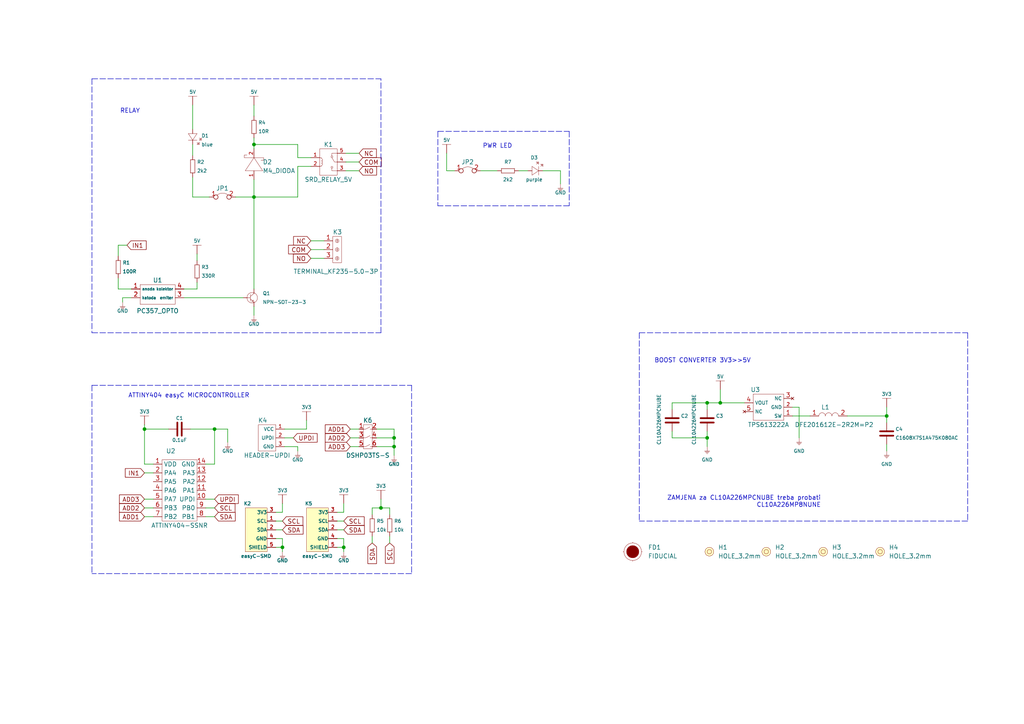
<source format=kicad_sch>
(kicad_sch (version 20210621) (generator eeschema)

  (uuid f1bdc5ca-52ac-480a-894c-0e009d2e4e19)

  (paper "A4")

  (title_block
    (title "1CH relay board with easyC")
    (date "2021-07-13")
    (rev "V1.1.1.")
    (company "SOLDERED")
    (comment 1 "333021")
  )

  (lib_symbols
    (symbol "e-radionica.com schematics:0402LED" (pin_numbers hide) (pin_names (offset 0.254) hide) (in_bom yes) (on_board yes)
      (property "Reference" "D" (id 0) (at -0.635 2.54 0)
        (effects (font (size 1 1)))
      )
      (property "Value" "0402LED" (id 1) (at 0 -2.54 0)
        (effects (font (size 1 1)))
      )
      (property "Footprint" "e-radionica.com footprinti:0402LED" (id 2) (at 0 5.08 0)
        (effects (font (size 1 1)) hide)
      )
      (property "Datasheet" "" (id 3) (at 0 0 0)
        (effects (font (size 1 1)) hide)
      )
      (property "Package" "0402" (id 4) (at 0 0 0)
        (effects (font (size 1.27 1.27)) hide)
      )
      (symbol "0402LED_0_1"
        (polyline
          (pts
            (xy -0.635 1.27)
            (xy 1.27 0)
          )
          (stroke (width 0.0006)) (fill (type none))
        )
        (polyline
          (pts
            (xy 0.635 1.905)
            (xy 1.27 2.54)
          )
          (stroke (width 0.0006)) (fill (type none))
        )
        (polyline
          (pts
            (xy 1.27 1.27)
            (xy 1.27 -1.27)
          )
          (stroke (width 0.0006)) (fill (type none))
        )
        (polyline
          (pts
            (xy 1.905 1.27)
            (xy 2.54 1.905)
          )
          (stroke (width 0.0006)) (fill (type none))
        )
        (polyline
          (pts
            (xy -0.635 1.27)
            (xy -0.635 -1.27)
            (xy 1.27 0)
          )
          (stroke (width 0.0006)) (fill (type none))
        )
        (polyline
          (pts
            (xy 1.27 2.54)
            (xy 0.635 2.54)
            (xy 1.27 1.905)
            (xy 1.27 2.54)
          )
          (stroke (width 0.0006)) (fill (type none))
        )
        (polyline
          (pts
            (xy 2.54 1.905)
            (xy 1.905 1.905)
            (xy 2.54 1.27)
            (xy 2.54 1.905)
          )
          (stroke (width 0.0006)) (fill (type none))
        )
      )
      (symbol "0402LED_1_1"
        (pin passive line (at -1.905 0 0) (length 1.27)
          (name "A" (effects (font (size 1.27 1.27))))
          (number "1" (effects (font (size 1.27 1.27))))
        )
        (pin passive line (at 2.54 0 180) (length 1.27)
          (name "K" (effects (font (size 1.27 1.27))))
          (number "2" (effects (font (size 1.27 1.27))))
        )
      )
    )
    (symbol "e-radionica.com schematics:0402R" (pin_numbers hide) (pin_names (offset 0.254)) (in_bom yes) (on_board yes)
      (property "Reference" "R" (id 0) (at -1.905 1.27 0)
        (effects (font (size 1 1)))
      )
      (property "Value" "0402R" (id 1) (at 0 -1.27 0)
        (effects (font (size 1 1)))
      )
      (property "Footprint" "e-radionica.com footprinti:0402R" (id 2) (at -2.54 1.905 0)
        (effects (font (size 1 1)) hide)
      )
      (property "Datasheet" "" (id 3) (at -2.54 1.905 0)
        (effects (font (size 1 1)) hide)
      )
      (symbol "0402R_0_1"
        (rectangle (start -1.905 -0.635) (end 1.905 -0.6604)
          (stroke (width 0.1)) (fill (type none))
        )
        (rectangle (start -1.905 0.635) (end -1.8796 -0.635)
          (stroke (width 0.1)) (fill (type none))
        )
        (rectangle (start -1.905 0.635) (end 1.905 0.6096)
          (stroke (width 0.1)) (fill (type none))
        )
        (rectangle (start 1.905 0.635) (end 1.9304 -0.635)
          (stroke (width 0.1)) (fill (type none))
        )
      )
      (symbol "0402R_1_1"
        (pin passive line (at -3.175 0 0) (length 1.27)
          (name "~" (effects (font (size 1.27 1.27))))
          (number "1" (effects (font (size 1.27 1.27))))
        )
        (pin passive line (at 3.175 0 180) (length 1.27)
          (name "~" (effects (font (size 1.27 1.27))))
          (number "2" (effects (font (size 1.27 1.27))))
        )
      )
    )
    (symbol "e-radionica.com schematics:0603C" (pin_numbers hide) (pin_names (offset 0.002)) (in_bom yes) (on_board yes)
      (property "Reference" "C" (id 0) (at -0.635 3.175 0)
        (effects (font (size 1 1)))
      )
      (property "Value" "0603C" (id 1) (at 0 -3.175 0)
        (effects (font (size 1 1)))
      )
      (property "Footprint" "e-radionica.com footprinti:0603C" (id 2) (at 0 0 0)
        (effects (font (size 1 1)) hide)
      )
      (property "Datasheet" "" (id 3) (at 0 0 0)
        (effects (font (size 1 1)) hide)
      )
      (symbol "0603C_0_1"
        (polyline
          (pts
            (xy -0.635 1.905)
            (xy -0.635 -1.905)
          )
          (stroke (width 0.5)) (fill (type none))
        )
        (polyline
          (pts
            (xy 0.635 1.905)
            (xy 0.635 -1.905)
          )
          (stroke (width 0.5)) (fill (type none))
        )
      )
      (symbol "0603C_1_1"
        (pin passive line (at -3.175 0 0) (length 2.54)
          (name "~" (effects (font (size 1.27 1.27))))
          (number "1" (effects (font (size 1.27 1.27))))
        )
        (pin passive line (at 3.175 0 180) (length 2.54)
          (name "~" (effects (font (size 1.27 1.27))))
          (number "2" (effects (font (size 1.27 1.27))))
        )
      )
    )
    (symbol "e-radionica.com schematics:0603R" (pin_numbers hide) (pin_names (offset 0.254)) (in_bom yes) (on_board yes)
      (property "Reference" "R" (id 0) (at -1.905 1.905 0)
        (effects (font (size 1 1)))
      )
      (property "Value" "0603R" (id 1) (at 0 -1.905 0)
        (effects (font (size 1 1)))
      )
      (property "Footprint" "e-radionica.com footprinti:0603R" (id 2) (at -0.635 1.905 0)
        (effects (font (size 1 1)) hide)
      )
      (property "Datasheet" "" (id 3) (at -0.635 1.905 0)
        (effects (font (size 1 1)) hide)
      )
      (symbol "0603R_0_1"
        (rectangle (start -1.905 -0.635) (end 1.905 -0.6604)
          (stroke (width 0.1)) (fill (type none))
        )
        (rectangle (start -1.905 0.635) (end -1.8796 -0.635)
          (stroke (width 0.1)) (fill (type none))
        )
        (rectangle (start -1.905 0.635) (end 1.905 0.6096)
          (stroke (width 0.1)) (fill (type none))
        )
        (rectangle (start 1.905 0.635) (end 1.9304 -0.635)
          (stroke (width 0.1)) (fill (type none))
        )
      )
      (symbol "0603R_1_1"
        (pin passive line (at -3.175 0 0) (length 1.27)
          (name "~" (effects (font (size 1.27 1.27))))
          (number "1" (effects (font (size 1.27 1.27))))
        )
        (pin passive line (at 3.175 0 180) (length 1.27)
          (name "~" (effects (font (size 1.27 1.27))))
          (number "2" (effects (font (size 1.27 1.27))))
        )
      )
    )
    (symbol "e-radionica.com schematics:0806L" (in_bom yes) (on_board yes)
      (property "Reference" "L" (id 0) (at 0 1.905 0)
        (effects (font (size 1.27 1.27)))
      )
      (property "Value" "0806L" (id 1) (at 0 -1.27 0)
        (effects (font (size 1.27 1.27)))
      )
      (property "Footprint" "e-radionica.com footprinti:0806L" (id 2) (at 0 -2.54 0)
        (effects (font (size 1.27 1.27)) hide)
      )
      (property "Datasheet" "" (id 3) (at 0 -1.27 0)
        (effects (font (size 1.27 1.27)) hide)
      )
      (symbol "0806L_0_1"
        (arc (start -3.175 0) (end -1.27 0) (radius (at -2.2225 -0.0138) (length 0.9526) (angles 179.2 0.8))
          (stroke (width 0.0006)) (fill (type none))
        )
        (arc (start -1.27 0) (end 0.635 0) (radius (at -0.3175 -0.0138) (length 0.9526) (angles 179.2 0.8))
          (stroke (width 0.0006)) (fill (type none))
        )
        (arc (start 0.635 0) (end 2.54 0) (radius (at 1.5875 -0.0138) (length 0.9526) (angles 179.2 0.8))
          (stroke (width 0.0006)) (fill (type none))
        )
      )
      (symbol "0806L_1_1"
        (pin passive line (at -5.715 0 0) (length 2.54)
          (name "" (effects (font (size 1.27 1.27))))
          (number "1" (effects (font (size 1.27 1.27))))
        )
        (pin passive line (at 5.08 0 180) (length 2.54)
          (name "" (effects (font (size 1.27 1.27))))
          (number "2" (effects (font (size 1.27 1.27))))
        )
      )
    )
    (symbol "e-radionica.com schematics:3V3" (power) (pin_names (offset 0)) (in_bom yes) (on_board yes)
      (property "Reference" "#PWR" (id 0) (at 4.445 0 0)
        (effects (font (size 1 1)) hide)
      )
      (property "Value" "3V3" (id 1) (at 0 3.556 0)
        (effects (font (size 1 1)))
      )
      (property "Footprint" "" (id 2) (at 4.445 3.81 0)
        (effects (font (size 1 1)) hide)
      )
      (property "Datasheet" "" (id 3) (at 4.445 3.81 0)
        (effects (font (size 1 1)) hide)
      )
      (property "ki_keywords" "power-flag" (id 4) (at 0 0 0)
        (effects (font (size 1.27 1.27)) hide)
      )
      (property "ki_description" "Power symbol creates a global label with name \"+3V3\"" (id 5) (at 0 0 0)
        (effects (font (size 1.27 1.27)) hide)
      )
      (symbol "3V3_0_1"
        (polyline
          (pts
            (xy -1.27 2.54)
            (xy 1.27 2.54)
          )
          (stroke (width 0.0006)) (fill (type none))
        )
        (polyline
          (pts
            (xy 0 0)
            (xy 0 2.54)
          )
          (stroke (width 0)) (fill (type none))
        )
      )
      (symbol "3V3_1_1"
        (pin power_in line (at 0 0 90) (length 0) hide
          (name "3V3" (effects (font (size 1.27 1.27))))
          (number "1" (effects (font (size 1.27 1.27))))
        )
      )
    )
    (symbol "e-radionica.com schematics:5V" (power) (pin_names (offset 0)) (in_bom yes) (on_board yes)
      (property "Reference" "#PWR" (id 0) (at 4.445 0 0)
        (effects (font (size 1 1)) hide)
      )
      (property "Value" "5V" (id 1) (at 0 3.556 0)
        (effects (font (size 1 1)))
      )
      (property "Footprint" "" (id 2) (at 4.445 3.81 0)
        (effects (font (size 1 1)) hide)
      )
      (property "Datasheet" "" (id 3) (at 4.445 3.81 0)
        (effects (font (size 1 1)) hide)
      )
      (property "ki_keywords" "power-flag" (id 4) (at 0 0 0)
        (effects (font (size 1.27 1.27)) hide)
      )
      (property "ki_description" "Power symbol creates a global label with name \"+3V3\"" (id 5) (at 0 0 0)
        (effects (font (size 1.27 1.27)) hide)
      )
      (symbol "5V_0_1"
        (polyline
          (pts
            (xy -1.27 2.54)
            (xy 1.27 2.54)
          )
          (stroke (width 0.0006)) (fill (type none))
        )
        (polyline
          (pts
            (xy 0 0)
            (xy 0 2.54)
          )
          (stroke (width 0)) (fill (type none))
        )
      )
      (symbol "5V_1_1"
        (pin power_in line (at 0 0 90) (length 0) hide
          (name "5V" (effects (font (size 1.27 1.27))))
          (number "1" (effects (font (size 1.27 1.27))))
        )
      )
    )
    (symbol "e-radionica.com schematics:ATTINY404-SSNR" (in_bom yes) (on_board yes)
      (property "Reference" "U" (id 0) (at -5.08 10.16 0)
        (effects (font (size 1.27 1.27)))
      )
      (property "Value" "ATTINY404-SSNR" (id 1) (at 0 -10.16 0)
        (effects (font (size 1.27 1.27)))
      )
      (property "Footprint" "e-radionica.com footprinti:SOIC-14" (id 2) (at 0 -11.43 0)
        (effects (font (size 1.27 1.27)) hide)
      )
      (property "Datasheet" "" (id 3) (at 0 -2.54 0)
        (effects (font (size 1.27 1.27)) hide)
      )
      (symbol "ATTINY404-SSNR_0_1"
        (rectangle (start -5.08 8.89) (end 5.08 -8.89)
          (stroke (width 0.0006)) (fill (type none))
        )
      )
      (symbol "ATTINY404-SSNR_1_1"
        (pin power_in line (at -7.62 7.62 0) (length 2.54)
          (name "VDD" (effects (font (size 1.27 1.27))))
          (number "1" (effects (font (size 1.27 1.27))))
        )
        (pin bidirectional line (at 7.62 -2.54 180) (length 2.54)
          (name "UPDI" (effects (font (size 1.27 1.27))))
          (number "10" (effects (font (size 1.27 1.27))))
        )
        (pin bidirectional line (at 7.62 0 180) (length 2.54)
          (name "PA1" (effects (font (size 1.27 1.27))))
          (number "11" (effects (font (size 1.27 1.27))))
        )
        (pin bidirectional line (at 7.62 2.54 180) (length 2.54)
          (name "PA2" (effects (font (size 1.27 1.27))))
          (number "12" (effects (font (size 1.27 1.27))))
        )
        (pin bidirectional line (at 7.62 5.08 180) (length 2.54)
          (name "PA3" (effects (font (size 1.27 1.27))))
          (number "13" (effects (font (size 1.27 1.27))))
        )
        (pin power_in line (at 7.62 7.62 180) (length 2.54)
          (name "GND" (effects (font (size 1.27 1.27))))
          (number "14" (effects (font (size 1.27 1.27))))
        )
        (pin bidirectional line (at -7.62 5.08 0) (length 2.54)
          (name "PA4" (effects (font (size 1.27 1.27))))
          (number "2" (effects (font (size 1.27 1.27))))
        )
        (pin bidirectional line (at -7.62 2.54 0) (length 2.54)
          (name "PA5" (effects (font (size 1.27 1.27))))
          (number "3" (effects (font (size 1.27 1.27))))
        )
        (pin bidirectional line (at -7.62 0 0) (length 2.54)
          (name "PA6" (effects (font (size 1.27 1.27))))
          (number "4" (effects (font (size 1.27 1.27))))
        )
        (pin bidirectional line (at -7.62 -2.54 0) (length 2.54)
          (name "PA7" (effects (font (size 1.27 1.27))))
          (number "5" (effects (font (size 1.27 1.27))))
        )
        (pin bidirectional line (at -7.62 -5.08 0) (length 2.54)
          (name "PB3" (effects (font (size 1.27 1.27))))
          (number "6" (effects (font (size 1.27 1.27))))
        )
        (pin bidirectional line (at -7.62 -7.62 0) (length 2.54)
          (name "PB2" (effects (font (size 1.27 1.27))))
          (number "7" (effects (font (size 1.27 1.27))))
        )
        (pin bidirectional line (at 7.62 -7.62 180) (length 2.54)
          (name "PB1" (effects (font (size 1.27 1.27))))
          (number "8" (effects (font (size 1.27 1.27))))
        )
        (pin bidirectional line (at 7.62 -5.08 180) (length 2.54)
          (name "PB0" (effects (font (size 1.27 1.27))))
          (number "9" (effects (font (size 1.27 1.27))))
        )
      )
    )
    (symbol "e-radionica.com schematics:DSHP03TS-S" (in_bom yes) (on_board yes)
      (property "Reference" "K" (id 0) (at 0 5.08 0)
        (effects (font (size 1.27 1.27)))
      )
      (property "Value" "DSHP03TS-S" (id 1) (at 0 -5.08 0)
        (effects (font (size 1.27 1.27)))
      )
      (property "Footprint" "e-radionica.com footprinti:DSHP03TS-S" (id 2) (at -1.27 -7.62 0)
        (effects (font (size 1.27 1.27)) hide)
      )
      (property "Datasheet" "" (id 3) (at 0 0 0)
        (effects (font (size 1.27 1.27)) hide)
      )
      (property "ki_keywords" "DIP SW SWITCH " (id 4) (at 0 0 0)
        (effects (font (size 1.27 1.27)) hide)
      )
      (symbol "DSHP03TS-S_0_1"
        (rectangle (start -1.27 3.81) (end 1.27 -3.175)
          (stroke (width 0.0006)) (fill (type none))
        )
        (polyline
          (pts
            (xy 1.27 -2.54)
            (xy 0.635 -2.54)
          )
          (stroke (width 0.0006)) (fill (type none))
        )
        (polyline
          (pts
            (xy 1.27 0)
            (xy 0.635 0)
          )
          (stroke (width 0.0006)) (fill (type none))
        )
        (polyline
          (pts
            (xy 1.27 2.54)
            (xy 0.635 2.54)
          )
          (stroke (width 0.0006)) (fill (type none))
        )
        (polyline
          (pts
            (xy -1.27 -2.54)
            (xy -0.635 -2.54)
            (xy 0.635 -1.905)
          )
          (stroke (width 0.0006)) (fill (type none))
        )
        (polyline
          (pts
            (xy -1.27 0)
            (xy -0.635 0)
            (xy 0.635 0.635)
          )
          (stroke (width 0.0006)) (fill (type none))
        )
        (polyline
          (pts
            (xy -1.27 2.54)
            (xy -0.635 2.54)
            (xy 0.635 3.175)
          )
          (stroke (width 0.0006)) (fill (type none))
        )
      )
      (symbol "DSHP03TS-S_1_1"
        (pin bidirectional line (at -2.54 2.54 0) (length 1.27)
          (name "~" (effects (font (size 1.27 1.27))))
          (number "1" (effects (font (size 1.27 1.27))))
        )
        (pin bidirectional line (at 2.54 2.54 180) (length 1.27)
          (name "~" (effects (font (size 1.27 1.27))))
          (number "2" (effects (font (size 1.27 1.27))))
        )
        (pin bidirectional line (at -2.54 0 0) (length 1.27)
          (name "~" (effects (font (size 1.27 1.27))))
          (number "3" (effects (font (size 1.27 1.27))))
        )
        (pin bidirectional line (at 2.54 0 180) (length 1.27)
          (name "~" (effects (font (size 1.27 1.27))))
          (number "4" (effects (font (size 1.27 1.27))))
        )
        (pin bidirectional line (at -2.54 -2.54 0) (length 1.27)
          (name "~" (effects (font (size 1.27 1.27))))
          (number "5" (effects (font (size 1.27 1.27))))
        )
        (pin bidirectional line (at 2.54 -2.54 180) (length 1.27)
          (name "~" (effects (font (size 1.27 1.27))))
          (number "6" (effects (font (size 1.27 1.27))))
        )
      )
    )
    (symbol "e-radionica.com schematics:FIDUCIAL" (in_bom yes) (on_board yes)
      (property "Reference" "FD" (id 0) (at 0 3.81 0)
        (effects (font (size 1.27 1.27)))
      )
      (property "Value" "FIDUCIAL" (id 1) (at 0 -3.81 0)
        (effects (font (size 1.27 1.27)))
      )
      (property "Footprint" "e-radionica.com footprinti:FIDUCIAL_23" (id 2) (at 0.254 -5.334 0)
        (effects (font (size 1.27 1.27)) hide)
      )
      (property "Datasheet" "" (id 3) (at 0 0 0)
        (effects (font (size 1.27 1.27)) hide)
      )
      (symbol "FIDUCIAL_0_1"
        (circle (center 0 0) (radius 2.54) (stroke (width 0.0006)) (fill (type none)))
        (circle (center 0 0) (radius 1.7961) (stroke (width 0.001)) (fill (type outline)))
        (polyline
          (pts
            (xy -2.54 0)
            (xy -2.794 0)
          )
          (stroke (width 0.0006)) (fill (type none))
        )
        (polyline
          (pts
            (xy 0 -2.54)
            (xy 0 -2.794)
          )
          (stroke (width 0.0006)) (fill (type none))
        )
        (polyline
          (pts
            (xy 0 2.54)
            (xy 0 2.794)
          )
          (stroke (width 0.0006)) (fill (type none))
        )
        (polyline
          (pts
            (xy 2.54 0)
            (xy 2.794 0)
          )
          (stroke (width 0.0006)) (fill (type none))
        )
      )
    )
    (symbol "e-radionica.com schematics:GND" (power) (pin_names (offset 0)) (in_bom yes) (on_board yes)
      (property "Reference" "#PWR" (id 0) (at 4.445 0 0)
        (effects (font (size 1 1)) hide)
      )
      (property "Value" "GND" (id 1) (at 0 -2.921 0)
        (effects (font (size 1 1)))
      )
      (property "Footprint" "" (id 2) (at 4.445 3.81 0)
        (effects (font (size 1 1)) hide)
      )
      (property "Datasheet" "" (id 3) (at 4.445 3.81 0)
        (effects (font (size 1 1)) hide)
      )
      (property "ki_keywords" "power-flag" (id 4) (at 0 0 0)
        (effects (font (size 1.27 1.27)) hide)
      )
      (property "ki_description" "Power symbol creates a global label with name \"+3V3\"" (id 5) (at 0 0 0)
        (effects (font (size 1.27 1.27)) hide)
      )
      (symbol "GND_0_1"
        (polyline
          (pts
            (xy -0.762 -1.27)
            (xy 0.762 -1.27)
          )
          (stroke (width 0.0006)) (fill (type none))
        )
        (polyline
          (pts
            (xy -0.635 -1.524)
            (xy 0.635 -1.524)
          )
          (stroke (width 0.0006)) (fill (type none))
        )
        (polyline
          (pts
            (xy -0.381 -1.778)
            (xy 0.381 -1.778)
          )
          (stroke (width 0.0006)) (fill (type none))
        )
        (polyline
          (pts
            (xy -0.127 -2.032)
            (xy 0.127 -2.032)
          )
          (stroke (width 0.0006)) (fill (type none))
        )
        (polyline
          (pts
            (xy 0 0)
            (xy 0 -1.27)
          )
          (stroke (width 0.0006)) (fill (type none))
        )
      )
      (symbol "GND_1_1"
        (pin power_in line (at 0 0 270) (length 0) hide
          (name "GND" (effects (font (size 1.27 1.27))))
          (number "1" (effects (font (size 1.27 1.27))))
        )
      )
    )
    (symbol "e-radionica.com schematics:HEADER-UPDI" (in_bom yes) (on_board yes)
      (property "Reference" "K" (id 0) (at -1.27 5.08 0)
        (effects (font (size 1.27 1.27)))
      )
      (property "Value" "HEADER-UPDI" (id 1) (at 0 -5.08 0)
        (effects (font (size 1.27 1.27)))
      )
      (property "Footprint" "e-radionica.com footprinti:HEADER-UPDI" (id 2) (at 2.54 -7.62 0)
        (effects (font (size 1.27 1.27)) hide)
      )
      (property "Datasheet" "" (id 3) (at 2.54 0 0)
        (effects (font (size 1.27 1.27)) hide)
      )
      (symbol "HEADER-UPDI_0_1"
        (rectangle (start -2.54 3.81) (end 2.54 -3.81)
          (stroke (width 0.0006)) (fill (type none))
        )
      )
      (symbol "HEADER-UPDI_1_1"
        (pin power_in line (at 5.08 2.54 180) (length 2.54)
          (name "VCC" (effects (font (size 1 1))))
          (number "1" (effects (font (size 1 1))))
        )
        (pin bidirectional line (at 5.08 0 180) (length 2.54)
          (name "UPDI" (effects (font (size 1 1))))
          (number "2" (effects (font (size 1 1))))
        )
        (pin power_in line (at 5.08 -2.54 180) (length 2.54)
          (name "GND" (effects (font (size 1 1))))
          (number "3" (effects (font (size 1 1))))
        )
      )
    )
    (symbol "e-radionica.com schematics:HOLE_3.2mm" (pin_numbers hide) (pin_names hide) (in_bom yes) (on_board yes)
      (property "Reference" "H" (id 0) (at 0 2.54 0)
        (effects (font (size 1.27 1.27)))
      )
      (property "Value" "HOLE_3.2mm" (id 1) (at 0 -2.54 0)
        (effects (font (size 1.27 1.27)))
      )
      (property "Footprint" "e-radionica.com footprinti:HOLE_3.2mm" (id 2) (at 0 0 0)
        (effects (font (size 1.27 1.27)) hide)
      )
      (property "Datasheet" "" (id 3) (at 0 0 0)
        (effects (font (size 1.27 1.27)) hide)
      )
      (symbol "HOLE_3.2mm_0_1"
        (circle (center 0 0) (radius 0.635) (stroke (width 0.0006)) (fill (type none)))
        (circle (center 0 0) (radius 1.27) (stroke (width 0.001)) (fill (type background)))
      )
    )
    (symbol "e-radionica.com schematics:M4_DIODA" (pin_names hide) (in_bom yes) (on_board yes)
      (property "Reference" "D" (id 0) (at 0 3.81 0)
        (effects (font (size 1.27 1.27)))
      )
      (property "Value" "M4_DIODA" (id 1) (at 0 -4.572 0)
        (effects (font (size 1.27 1.27)))
      )
      (property "Footprint" "e-radionica.com footprinti:M4_DIODA" (id 2) (at 0 -6.35 0)
        (effects (font (size 1.27 1.27)) hide)
      )
      (property "Datasheet" "" (id 3) (at 0 0 0)
        (effects (font (size 1.27 1.27)) hide)
      )
      (symbol "M4_DIODA_0_1"
        (polyline
          (pts
            (xy -2.54 2.54)
            (xy -2.54 -2.54)
            (xy 1.27 0)
            (xy -2.54 2.54)
          )
          (stroke (width 0.0006)) (fill (type none))
        )
        (polyline
          (pts
            (xy 1.27 2.794)
            (xy 1.27 -2.794)
            (xy 0.508 -2.794)
            (xy 0.508 -2.032)
          )
          (stroke (width 0.0006)) (fill (type none))
        )
        (polyline
          (pts
            (xy 1.27 2.794)
            (xy 2.032 2.794)
            (xy 2.032 2.032)
            (xy 2.032 2.54)
          )
          (stroke (width 0.0006)) (fill (type none))
        )
      )
      (symbol "M4_DIODA_1_1"
        (pin passive line (at -5.08 0 0) (length 2.54)
          (name "A" (effects (font (size 1 1))))
          (number "1" (effects (font (size 1 1))))
        )
        (pin passive line (at 3.81 0 180) (length 2.54)
          (name "K" (effects (font (size 1 1))))
          (number "2" (effects (font (size 1 1))))
        )
      )
    )
    (symbol "e-radionica.com schematics:NPN-SOT-23-3" (pin_numbers hide) (pin_names hide) (in_bom yes) (on_board yes)
      (property "Reference" "Q" (id 0) (at -2.286 2.921 0)
        (effects (font (size 1 1)))
      )
      (property "Value" "NPN-SOT-23-3" (id 1) (at 0 -3.81 0)
        (effects (font (size 1 1)))
      )
      (property "Footprint" "e-radionica.com footprinti:SOT-23-3" (id 2) (at 0 0 0)
        (effects (font (size 1 1)) hide)
      )
      (property "Datasheet" "" (id 3) (at 0 0 0)
        (effects (font (size 1 1)) hide)
      )
      (symbol "NPN-SOT-23-3_0_1"
        (circle (center -0.508 0) (radius 1.524) (stroke (width 0.0006)) (fill (type none)))
        (polyline
          (pts
            (xy -2.032 0)
            (xy -1.016 0)
          )
          (stroke (width 0.0006)) (fill (type none))
        )
        (polyline
          (pts
            (xy -1.016 -0.381)
            (xy -0.4064 -0.9144)
          )
          (stroke (width 0.1)) (fill (type none))
        )
        (polyline
          (pts
            (xy -1.016 0.381)
            (xy 0 1.27)
          )
          (stroke (width 0.0006)) (fill (type none))
        )
        (polyline
          (pts
            (xy -1.016 1.016)
            (xy -1.016 -1.016)
          )
          (stroke (width 0.0006)) (fill (type none))
        )
        (polyline
          (pts
            (xy -0.6096 -1.1684)
            (xy -0.2032 -0.6604)
            (xy 0 -1.27)
            (xy -0.6096 -1.1684)
          )
          (stroke (width 0.0006)) (fill (type none))
        )
      )
      (symbol "NPN-SOT-23-3_1_1"
        (pin passive line (at -3.175 0 0) (length 1.27)
          (name "B" (effects (font (size 1 1))))
          (number "1" (effects (font (size 1 1))))
        )
        (pin passive line (at 0 -2.54 90) (length 1.27)
          (name "E" (effects (font (size 1 1))))
          (number "2" (effects (font (size 1 1))))
        )
        (pin passive line (at 0 2.54 270) (length 1.27)
          (name "C" (effects (font (size 1 1))))
          (number "3" (effects (font (size 1 1))))
        )
      )
    )
    (symbol "e-radionica.com schematics:PC357_OPTO" (in_bom yes) (on_board yes)
      (property "Reference" "U" (id 0) (at 0 5.08 0)
        (effects (font (size 1.27 1.27)))
      )
      (property "Value" "PC357_OPTO" (id 1) (at 0 -5.08 0)
        (effects (font (size 1.27 1.27)))
      )
      (property "Footprint" "e-radionica.com footprinti:PC357_OPTO" (id 2) (at 0 0 0)
        (effects (font (size 1.27 1.27)) hide)
      )
      (property "Datasheet" "" (id 3) (at 0 0 0)
        (effects (font (size 1.27 1.27)) hide)
      )
      (symbol "PC357_OPTO_0_1"
        (rectangle (start -5.08 2.54) (end 5.08 -3.175)
          (stroke (width 0.0006)) (fill (type none))
        )
      )
      (symbol "PC357_OPTO_1_1"
        (pin passive line (at -7.62 1.27 0) (length 2.54)
          (name "anoda" (effects (font (size 0.8 0.8))))
          (number "1" (effects (font (size 1.27 1.27))))
        )
        (pin passive line (at -7.62 -1.27 0) (length 2.54)
          (name "katoda" (effects (font (size 0.8 0.8))))
          (number "2" (effects (font (size 1.27 1.27))))
        )
        (pin passive line (at 7.62 -1.27 180) (length 2.54)
          (name "emiter" (effects (font (size 0.8 0.8))))
          (number "3" (effects (font (size 1.27 1.27))))
        )
        (pin passive line (at 7.62 1.27 180) (length 2.54)
          (name "kolektor" (effects (font (size 0.8 0.8))))
          (number "4" (effects (font (size 1.27 1.27))))
        )
      )
    )
    (symbol "e-radionica.com schematics:SMD-JUMPER-CONNECTED_TRACE_SLODERMASK" (in_bom yes) (on_board yes)
      (property "Reference" "JP" (id 0) (at 0 3.556 0)
        (effects (font (size 1.27 1.27)))
      )
      (property "Value" "SMD-JUMPER-CONNECTED_TRACE_SLODERMASK" (id 1) (at 0 -2.54 0)
        (effects (font (size 1.27 1.27)))
      )
      (property "Footprint" "e-radionica.com footprinti:SMD-JUMPER-CONNECTED_TRACE_SLODERMASK" (id 2) (at 0 -5.715 0)
        (effects (font (size 1.27 1.27)) hide)
      )
      (property "Datasheet" "" (id 3) (at 0 0 0)
        (effects (font (size 1.27 1.27)) hide)
      )
      (symbol "SMD-JUMPER-CONNECTED_TRACE_SLODERMASK_0_1"
        (arc (start -1.8034 0.5588) (end 1.397 0.5842) (radius (at -0.1875 -1.4124) (length 2.5489) (angles 129.3 51.6))
          (stroke (width 0.0006)) (fill (type none))
        )
      )
      (symbol "SMD-JUMPER-CONNECTED_TRACE_SLODERMASK_1_1"
        (pin passive inverted (at -4.064 0 0) (length 2.54)
          (name "" (effects (font (size 1.27 1.27))))
          (number "1" (effects (font (size 1.27 1.27))))
        )
        (pin passive inverted (at 3.556 0 180) (length 2.54)
          (name "" (effects (font (size 1.27 1.27))))
          (number "2" (effects (font (size 1.27 1.27))))
        )
      )
    )
    (symbol "e-radionica.com schematics:SRD_RELAY_5V" (in_bom yes) (on_board yes)
      (property "Reference" "K" (id 0) (at 0 3.81 0)
        (effects (font (size 1.27 1.27)))
      )
      (property "Value" "SRD_RELAY_5V" (id 1) (at 0 -6.35 0)
        (effects (font (size 1.27 1.27)))
      )
      (property "Footprint" "e-radionica.com footprinti:SRD_RELAY_5V" (id 2) (at 1.27 -8.89 0)
        (effects (font (size 1.27 1.27)) hide)
      )
      (property "Datasheet" "" (id 3) (at 0 0 0)
        (effects (font (size 1.27 1.27)) hide)
      )
      (symbol "SRD_RELAY_5V_0_1"
        (arc (start -1.9929 -0.9525) (end -1.9929 -0.3175) (radius (at -2.032 -0.635) (length 0.3199) (angles -83 83))
          (stroke (width 0.0006)) (fill (type none))
        )
        (arc (start -1.9929 -0.3175) (end -1.9929 0.3175) (radius (at -2.032 0) (length 0.3199) (angles -83 83))
          (stroke (width 0.0006)) (fill (type none))
        )
        (arc (start -1.9929 0.3175) (end -1.9929 0.9525) (radius (at -2.032 0.635) (length 0.3199) (angles -83 83))
          (stroke (width 0.0006)) (fill (type none))
        )
        (circle (center 1.016 -1.524) (radius 0.254) (stroke (width 0.0008)) (fill (type none)))
        (circle (center 1.016 1.524) (radius 0.254) (stroke (width 0.0006)) (fill (type none)))
        (rectangle (start 2.54 3.81) (end -2.54 -3.81)
          (stroke (width 0.0006)) (fill (type none))
        )
        (polyline
          (pts
            (xy -2.54 -1.27)
            (xy -2.032 -1.27)
            (xy -2.032 -1.016)
          )
          (stroke (width 0.0006)) (fill (type none))
        )
        (polyline
          (pts
            (xy -2.54 1.27)
            (xy -2.032 1.27)
            (xy -2.032 1.016)
          )
          (stroke (width 0.0006)) (fill (type none))
        )
        (polyline
          (pts
            (xy 2.54 0)
            (xy 1.778 0)
            (xy 1.016 1.27)
          )
          (stroke (width 0.0006)) (fill (type none))
        )
        (polyline
          (pts
            (xy 2.54 2.54)
            (xy 1.016 2.54)
            (xy 1.016 1.778)
          )
          (stroke (width 0.0006)) (fill (type none))
        )
        (polyline
          (pts
            (xy 2.54 -2.54)
            (xy 2.032 -2.54)
            (xy 1.016 -2.54)
            (xy 1.016 -1.778)
          )
          (stroke (width 0.0006)) (fill (type none))
        )
      )
      (symbol "SRD_RELAY_5V_1_1"
        (pin passive line (at -5.08 1.27 0) (length 2.54)
          (name "" (effects (font (size 1 1))))
          (number "1" (effects (font (size 1 1))))
        )
        (pin passive line (at -5.08 -1.27 0) (length 2.54)
          (name "" (effects (font (size 1 1))))
          (number "2" (effects (font (size 1 1))))
        )
        (pin passive line (at 5.08 -2.54 180) (length 2.54)
          (name "" (effects (font (size 1 1))))
          (number "3" (effects (font (size 1 1))))
        )
        (pin passive line (at 5.08 0 180) (length 2.54)
          (name "" (effects (font (size 1 1))))
          (number "4" (effects (font (size 1 1))))
        )
        (pin passive line (at 5.08 2.54 180) (length 2.54)
          (name "" (effects (font (size 1 1))))
          (number "5" (effects (font (size 1 1))))
        )
      )
    )
    (symbol "e-radionica.com schematics:TERMINAL_KF235-5.0-3P" (in_bom yes) (on_board yes)
      (property "Reference" "K" (id 0) (at 0 5.08 0)
        (effects (font (size 1.27 1.27)))
      )
      (property "Value" "TERMINAL_KF235-5.0-3P" (id 1) (at 0 -5.08 0)
        (effects (font (size 1.27 1.27)))
      )
      (property "Footprint" "e-radionica.com footprinti:TERMINAL_KF235-5.0-3P" (id 2) (at 0 -7.62 0)
        (effects (font (size 1.27 1.27)) hide)
      )
      (property "Datasheet" "" (id 3) (at 0 0 0)
        (effects (font (size 1.27 1.27)) hide)
      )
      (symbol "TERMINAL_KF235-5.0-3P_0_1"
        (circle (center 0 -2.54) (radius 0.508) (stroke (width 0.0006)) (fill (type none)))
        (circle (center 0 0) (radius 0.508) (stroke (width 0.0006)) (fill (type none)))
        (circle (center 0 2.54) (radius 0.508) (stroke (width 0.0006)) (fill (type none)))
        (rectangle (start -1.27 3.81) (end 1.27 -3.81)
          (stroke (width 0.0006)) (fill (type none))
        )
        (polyline
          (pts
            (xy -0.254 -2.54)
            (xy 0.254 -2.54)
          )
          (stroke (width 0.0006)) (fill (type none))
        )
        (polyline
          (pts
            (xy -0.254 0)
            (xy 0.254 0)
          )
          (stroke (width 0.0006)) (fill (type none))
        )
        (polyline
          (pts
            (xy -0.254 2.54)
            (xy 0.254 2.54)
          )
          (stroke (width 0.0006)) (fill (type none))
        )
        (polyline
          (pts
            (xy 0 -2.032)
            (xy 0 -3.048)
          )
          (stroke (width 0.0006)) (fill (type none))
        )
        (polyline
          (pts
            (xy 0 0.508)
            (xy 0 -0.508)
          )
          (stroke (width 0.0006)) (fill (type none))
        )
        (polyline
          (pts
            (xy 0 3.048)
            (xy 0 2.032)
          )
          (stroke (width 0.0006)) (fill (type none))
        )
      )
      (symbol "TERMINAL_KF235-5.0-3P_1_1"
        (pin input line (at -3.81 2.54 0) (length 2.54)
          (name "~" (effects (font (size 1.27 1.27))))
          (number "1" (effects (font (size 1.27 1.27))))
        )
        (pin input line (at -3.81 0 0) (length 2.54)
          (name "~" (effects (font (size 1.27 1.27))))
          (number "2" (effects (font (size 1.27 1.27))))
        )
        (pin input line (at -3.81 -2.54 0) (length 2.54)
          (name "~" (effects (font (size 1.27 1.27))))
          (number "3" (effects (font (size 1.27 1.27))))
        )
      )
    )
    (symbol "e-radionica.com schematics:TPS613222A" (in_bom yes) (on_board yes)
      (property "Reference" "U" (id 0) (at 0 5.08 0)
        (effects (font (size 1.27 1.27)))
      )
      (property "Value" "TPS613222A" (id 1) (at 0 -5.08 0)
        (effects (font (size 1.27 1.27)))
      )
      (property "Footprint" "e-radionica.com footprinti:tps613222a" (id 2) (at -0.635 0 0)
        (effects (font (size 1.27 1.27)) hide)
      )
      (property "Datasheet" "" (id 3) (at -0.635 0 0)
        (effects (font (size 1.27 1.27)) hide)
      )
      (symbol "TPS613222A_0_1"
        (rectangle (start -4.445 3.81) (end 4.445 -3.81)
          (stroke (width 0.0006)) (fill (type none))
        )
      )
      (symbol "TPS613222A_1_1"
        (pin passive line (at 6.985 -2.54 180) (length 2.54)
          (name "SW" (effects (font (size 1 1))))
          (number "1" (effects (font (size 1.27 1.27))))
        )
        (pin passive line (at 6.985 0 180) (length 2.54)
          (name "GND" (effects (font (size 1 1))))
          (number "2" (effects (font (size 1 1))))
        )
        (pin no_connect line (at 6.985 2.54 180) (length 2.54)
          (name "NC" (effects (font (size 1 1))))
          (number "3" (effects (font (size 1.27 1.27))))
        )
        (pin passive line (at -6.985 1.27 0) (length 2.54)
          (name "VOUT" (effects (font (size 1 1))))
          (number "4" (effects (font (size 1.27 1.27))))
        )
        (pin no_connect line (at -6.985 -1.27 0) (length 2.54)
          (name "NC" (effects (font (size 1 1))))
          (number "5" (effects (font (size 1.27 1.27))))
        )
      )
    )
    (symbol "e-radionica.com schematics:easyC-SMD" (pin_names (offset 0.002)) (in_bom yes) (on_board yes)
      (property "Reference" "K" (id 0) (at -2.54 10.16 0)
        (effects (font (size 1 1)))
      )
      (property "Value" "easyC-SMD" (id 1) (at 0 -5.08 0)
        (effects (font (size 1 1)))
      )
      (property "Footprint" "e-radionica.com footprinti:easyC-connector" (id 2) (at 3.175 2.54 0)
        (effects (font (size 1 1)) hide)
      )
      (property "Datasheet" "" (id 3) (at 3.175 2.54 0)
        (effects (font (size 1 1)) hide)
      )
      (symbol "easyC-SMD_0_1"
        (rectangle (start -3.175 8.89) (end 3.175 -3.81)
          (stroke (width 0.001)) (fill (type background))
        )
      )
      (symbol "easyC-SMD_1_1"
        (pin passive line (at 5.715 5.08 180) (length 2.54)
          (name "SCL" (effects (font (size 1 1))))
          (number "1" (effects (font (size 1 1))))
        )
        (pin passive line (at 5.715 2.54 180) (length 2.54)
          (name "SDA" (effects (font (size 1 1))))
          (number "2" (effects (font (size 1 1))))
        )
        (pin passive line (at 5.715 7.62 180) (length 2.54)
          (name "3V3" (effects (font (size 1 1))))
          (number "3" (effects (font (size 1 1))))
        )
        (pin passive line (at 5.715 0 180) (length 2.54)
          (name "GND" (effects (font (size 1 1))))
          (number "4" (effects (font (size 1 1))))
        )
        (pin passive line (at 5.715 -2.54 180) (length 2.54)
          (name "SHIELD" (effects (font (size 1 1))))
          (number "5" (effects (font (size 1 1))))
        )
      )
    )
  )

  (junction (at 41.91 124.46) (diameter 0.9144) (color 0 0 0 0))
  (junction (at 62.23 124.46) (diameter 0.9144) (color 0 0 0 0))
  (junction (at 73.66 41.91) (diameter 0.9144) (color 0 0 0 0))
  (junction (at 73.66 57.15) (diameter 0.9144) (color 0 0 0 0))
  (junction (at 81.915 158.75) (diameter 0.9144) (color 0 0 0 0))
  (junction (at 99.695 158.75) (diameter 0.9144) (color 0 0 0 0))
  (junction (at 110.49 147.32) (diameter 0.9144) (color 0 0 0 0))
  (junction (at 114.3 127) (diameter 0.9144) (color 0 0 0 0))
  (junction (at 114.3 129.54) (diameter 0.9144) (color 0 0 0 0))
  (junction (at 205.105 116.84) (diameter 0.9144) (color 0 0 0 0))
  (junction (at 205.105 127) (diameter 0.9144) (color 0 0 0 0))
  (junction (at 208.915 116.84) (diameter 0.9144) (color 0 0 0 0))
  (junction (at 257.175 120.65) (diameter 0.9144) (color 0 0 0 0))

  (wire (pts (xy 34.29 71.12) (xy 36.83 71.12))
    (stroke (width 0) (type solid) (color 0 0 0 0))
    (uuid f216fa0c-0c46-410b-a73e-7769d541a9f6)
  )
  (wire (pts (xy 34.29 74.295) (xy 34.29 71.12))
    (stroke (width 0) (type solid) (color 0 0 0 0))
    (uuid f216fa0c-0c46-410b-a73e-7769d541a9f6)
  )
  (wire (pts (xy 34.29 83.82) (xy 34.29 80.645))
    (stroke (width 0) (type solid) (color 0 0 0 0))
    (uuid 0fb098a2-5760-43b9-a56f-8eeb4aa42885)
  )
  (wire (pts (xy 35.56 86.36) (xy 35.56 87.63))
    (stroke (width 0) (type solid) (color 0 0 0 0))
    (uuid f096cda1-7304-4fb1-9934-2069567227dd)
  )
  (wire (pts (xy 38.1 83.82) (xy 34.29 83.82))
    (stroke (width 0) (type solid) (color 0 0 0 0))
    (uuid 0fb098a2-5760-43b9-a56f-8eeb4aa42885)
  )
  (wire (pts (xy 38.1 86.36) (xy 35.56 86.36))
    (stroke (width 0) (type solid) (color 0 0 0 0))
    (uuid f096cda1-7304-4fb1-9934-2069567227dd)
  )
  (wire (pts (xy 41.91 124.46) (xy 41.91 123.19))
    (stroke (width 0) (type solid) (color 0 0 0 0))
    (uuid 0021d81e-bfaf-4fd5-92b0-8c629ecf9e80)
  )
  (wire (pts (xy 41.91 134.62) (xy 41.91 124.46))
    (stroke (width 0) (type solid) (color 0 0 0 0))
    (uuid c40ec479-2f42-436c-9315-6d7316b5f0f4)
  )
  (wire (pts (xy 41.91 137.16) (xy 44.45 137.16))
    (stroke (width 0) (type solid) (color 0 0 0 0))
    (uuid 9385af08-bfad-465c-8616-d2ed2bcd7cc1)
  )
  (wire (pts (xy 41.91 144.78) (xy 44.45 144.78))
    (stroke (width 0) (type solid) (color 0 0 0 0))
    (uuid 7f57d43a-50b9-43c7-a5d6-cf167382bf2b)
  )
  (wire (pts (xy 41.91 147.32) (xy 44.45 147.32))
    (stroke (width 0) (type solid) (color 0 0 0 0))
    (uuid 907545de-b436-4d3d-86eb-11af294cff91)
  )
  (wire (pts (xy 41.91 149.86) (xy 44.45 149.86))
    (stroke (width 0) (type solid) (color 0 0 0 0))
    (uuid 13491ea3-8d02-4a95-8bab-ec2242e55b48)
  )
  (wire (pts (xy 44.45 134.62) (xy 41.91 134.62))
    (stroke (width 0) (type solid) (color 0 0 0 0))
    (uuid c40ec479-2f42-436c-9315-6d7316b5f0f4)
  )
  (wire (pts (xy 48.895 124.46) (xy 41.91 124.46))
    (stroke (width 0) (type solid) (color 0 0 0 0))
    (uuid 0021d81e-bfaf-4fd5-92b0-8c629ecf9e80)
  )
  (wire (pts (xy 53.34 83.82) (xy 57.15 83.82))
    (stroke (width 0) (type solid) (color 0 0 0 0))
    (uuid d647757f-9ce3-480f-8ee3-cd4bbe61c352)
  )
  (wire (pts (xy 53.34 86.36) (xy 70.485 86.36))
    (stroke (width 0) (type solid) (color 0 0 0 0))
    (uuid c47f72e9-9662-4f6b-8afe-03d5dbe09fdc)
  )
  (wire (pts (xy 55.245 124.46) (xy 62.23 124.46))
    (stroke (width 0) (type solid) (color 0 0 0 0))
    (uuid eeb61e6e-116f-4544-887c-dc7d256fa17f)
  )
  (wire (pts (xy 55.88 30.48) (xy 55.88 37.465))
    (stroke (width 0) (type solid) (color 0 0 0 0))
    (uuid 99c57d23-9e09-4427-ac30-7cd8ccb71ebe)
  )
  (wire (pts (xy 55.88 41.91) (xy 55.88 45.085))
    (stroke (width 0) (type solid) (color 0 0 0 0))
    (uuid 989d7a7a-c4b4-4155-9c0c-f1dd52677011)
  )
  (wire (pts (xy 55.88 51.435) (xy 55.88 57.15))
    (stroke (width 0) (type solid) (color 0 0 0 0))
    (uuid 0cbd5d30-8c88-4646-8c6c-2da8989e7226)
  )
  (wire (pts (xy 55.88 57.15) (xy 60.706 57.15))
    (stroke (width 0) (type solid) (color 0 0 0 0))
    (uuid 0cbd5d30-8c88-4646-8c6c-2da8989e7226)
  )
  (wire (pts (xy 57.15 73.66) (xy 57.15 75.565))
    (stroke (width 0) (type solid) (color 0 0 0 0))
    (uuid 1f2e185f-3f62-43f6-8432-8792c317fe53)
  )
  (wire (pts (xy 57.15 81.915) (xy 57.15 83.82))
    (stroke (width 0) (type solid) (color 0 0 0 0))
    (uuid d647757f-9ce3-480f-8ee3-cd4bbe61c352)
  )
  (wire (pts (xy 59.69 144.78) (xy 62.23 144.78))
    (stroke (width 0) (type solid) (color 0 0 0 0))
    (uuid 31f743a4-67c1-44f6-a00a-4500d88b4378)
  )
  (wire (pts (xy 59.69 147.32) (xy 62.23 147.32))
    (stroke (width 0) (type solid) (color 0 0 0 0))
    (uuid 08f84f42-00ef-40fd-93e7-c42ee0a72433)
  )
  (wire (pts (xy 59.69 149.86) (xy 62.23 149.86))
    (stroke (width 0) (type solid) (color 0 0 0 0))
    (uuid f16665fc-b9e5-4d26-a9d3-536c2be11f3b)
  )
  (wire (pts (xy 62.23 124.46) (xy 62.23 134.62))
    (stroke (width 0) (type solid) (color 0 0 0 0))
    (uuid a9c36de7-b5ce-4b56-ac41-e13d9235d37e)
  )
  (wire (pts (xy 62.23 124.46) (xy 66.04 124.46))
    (stroke (width 0) (type solid) (color 0 0 0 0))
    (uuid eeb61e6e-116f-4544-887c-dc7d256fa17f)
  )
  (wire (pts (xy 62.23 134.62) (xy 59.69 134.62))
    (stroke (width 0) (type solid) (color 0 0 0 0))
    (uuid eeb61e6e-116f-4544-887c-dc7d256fa17f)
  )
  (wire (pts (xy 66.04 124.46) (xy 66.04 128.27))
    (stroke (width 0) (type solid) (color 0 0 0 0))
    (uuid 56e9deb9-27b5-4535-b31c-92bee7088a6d)
  )
  (wire (pts (xy 68.326 57.15) (xy 73.66 57.15))
    (stroke (width 0) (type solid) (color 0 0 0 0))
    (uuid 9febe81f-a347-45ad-9369-50484df975b4)
  )
  (wire (pts (xy 73.66 30.48) (xy 73.66 33.655))
    (stroke (width 0) (type solid) (color 0 0 0 0))
    (uuid ccdfd5a6-83f9-464c-a52d-4de97ee208d2)
  )
  (wire (pts (xy 73.66 40.005) (xy 73.66 41.91))
    (stroke (width 0) (type solid) (color 0 0 0 0))
    (uuid e0827968-067d-492c-be10-9f6fa1ca4389)
  )
  (wire (pts (xy 73.66 41.91) (xy 73.66 43.18))
    (stroke (width 0) (type solid) (color 0 0 0 0))
    (uuid e0827968-067d-492c-be10-9f6fa1ca4389)
  )
  (wire (pts (xy 73.66 41.91) (xy 86.36 41.91))
    (stroke (width 0) (type solid) (color 0 0 0 0))
    (uuid b77d8f18-46d3-4dad-a393-6576aa6696ba)
  )
  (wire (pts (xy 73.66 57.15) (xy 73.66 52.07))
    (stroke (width 0) (type solid) (color 0 0 0 0))
    (uuid 9febe81f-a347-45ad-9369-50484df975b4)
  )
  (wire (pts (xy 73.66 57.15) (xy 73.66 83.82))
    (stroke (width 0) (type solid) (color 0 0 0 0))
    (uuid 6192cbbb-76ec-478a-8c8b-e7f8172bfe65)
  )
  (wire (pts (xy 73.66 57.15) (xy 86.36 57.15))
    (stroke (width 0) (type solid) (color 0 0 0 0))
    (uuid fcff2fec-e091-4240-a1cd-f40922024c8b)
  )
  (wire (pts (xy 73.66 88.9) (xy 73.66 91.44))
    (stroke (width 0) (type solid) (color 0 0 0 0))
    (uuid 35e2de16-f845-478b-931e-a3ca4a6b36ce)
  )
  (wire (pts (xy 80.01 148.59) (xy 81.915 148.59))
    (stroke (width 0) (type solid) (color 0 0 0 0))
    (uuid f253dda0-918a-43aa-807d-e4c2e2f9e998)
  )
  (wire (pts (xy 80.01 151.13) (xy 81.915 151.13))
    (stroke (width 0) (type solid) (color 0 0 0 0))
    (uuid 2707daec-e325-46b6-a50e-e4c6a29f0aff)
  )
  (wire (pts (xy 80.01 153.67) (xy 81.915 153.67))
    (stroke (width 0) (type solid) (color 0 0 0 0))
    (uuid 9679a44a-0b65-4343-9917-23739784ea97)
  )
  (wire (pts (xy 80.01 156.21) (xy 81.915 156.21))
    (stroke (width 0) (type solid) (color 0 0 0 0))
    (uuid 44411bfc-2fb4-4a48-9406-3386db9bb83f)
  )
  (wire (pts (xy 80.01 158.75) (xy 81.915 158.75))
    (stroke (width 0) (type solid) (color 0 0 0 0))
    (uuid a9561241-8e61-499b-97b3-b5f09f021703)
  )
  (wire (pts (xy 81.915 148.59) (xy 81.915 146.05))
    (stroke (width 0) (type solid) (color 0 0 0 0))
    (uuid f253dda0-918a-43aa-807d-e4c2e2f9e998)
  )
  (wire (pts (xy 81.915 156.21) (xy 81.915 158.75))
    (stroke (width 0) (type solid) (color 0 0 0 0))
    (uuid 44411bfc-2fb4-4a48-9406-3386db9bb83f)
  )
  (wire (pts (xy 81.915 158.75) (xy 81.915 160.02))
    (stroke (width 0) (type solid) (color 0 0 0 0))
    (uuid 44411bfc-2fb4-4a48-9406-3386db9bb83f)
  )
  (wire (pts (xy 82.55 124.46) (xy 88.9 124.46))
    (stroke (width 0) (type solid) (color 0 0 0 0))
    (uuid 1c84fe07-fe8a-4073-93bf-a7bf2212761c)
  )
  (wire (pts (xy 82.55 127) (xy 85.09 127))
    (stroke (width 0) (type solid) (color 0 0 0 0))
    (uuid b1520d6a-ee75-49a2-a43d-f8ad284f1036)
  )
  (wire (pts (xy 82.55 129.54) (xy 86.36 129.54))
    (stroke (width 0) (type solid) (color 0 0 0 0))
    (uuid ae67e30e-471c-44d9-8a37-620cd001da16)
  )
  (wire (pts (xy 86.36 45.72) (xy 86.36 41.91))
    (stroke (width 0) (type solid) (color 0 0 0 0))
    (uuid b77d8f18-46d3-4dad-a393-6576aa6696ba)
  )
  (wire (pts (xy 86.36 48.26) (xy 86.36 57.15))
    (stroke (width 0) (type solid) (color 0 0 0 0))
    (uuid fcff2fec-e091-4240-a1cd-f40922024c8b)
  )
  (wire (pts (xy 86.36 129.54) (xy 86.36 130.81))
    (stroke (width 0) (type solid) (color 0 0 0 0))
    (uuid ae67e30e-471c-44d9-8a37-620cd001da16)
  )
  (wire (pts (xy 88.9 124.46) (xy 88.9 121.92))
    (stroke (width 0) (type solid) (color 0 0 0 0))
    (uuid 1c84fe07-fe8a-4073-93bf-a7bf2212761c)
  )
  (wire (pts (xy 90.17 45.72) (xy 86.36 45.72))
    (stroke (width 0) (type solid) (color 0 0 0 0))
    (uuid b77d8f18-46d3-4dad-a393-6576aa6696ba)
  )
  (wire (pts (xy 90.17 48.26) (xy 86.36 48.26))
    (stroke (width 0) (type solid) (color 0 0 0 0))
    (uuid fcff2fec-e091-4240-a1cd-f40922024c8b)
  )
  (wire (pts (xy 90.17 69.85) (xy 93.98 69.85))
    (stroke (width 0) (type solid) (color 0 0 0 0))
    (uuid 66a6bc96-9d14-4e7e-8e6b-84ab0e24eacd)
  )
  (wire (pts (xy 90.17 72.39) (xy 93.98 72.39))
    (stroke (width 0) (type solid) (color 0 0 0 0))
    (uuid 411026b2-f2df-4105-ab6a-a00bea366630)
  )
  (wire (pts (xy 90.17 74.93) (xy 93.98 74.93))
    (stroke (width 0) (type solid) (color 0 0 0 0))
    (uuid 381ba1b0-5ba3-4763-a674-6348a6fefdb7)
  )
  (wire (pts (xy 97.79 148.59) (xy 99.695 148.59))
    (stroke (width 0) (type solid) (color 0 0 0 0))
    (uuid 2a24d497-e7cb-4530-a3af-8016d099c178)
  )
  (wire (pts (xy 97.79 151.13) (xy 99.695 151.13))
    (stroke (width 0) (type solid) (color 0 0 0 0))
    (uuid 9036be7c-24ad-45be-be46-e7712aab79ef)
  )
  (wire (pts (xy 97.79 153.67) (xy 99.695 153.67))
    (stroke (width 0) (type solid) (color 0 0 0 0))
    (uuid 5e4b8414-a087-45e4-af22-a5b0b020f881)
  )
  (wire (pts (xy 97.79 156.21) (xy 99.695 156.21))
    (stroke (width 0) (type solid) (color 0 0 0 0))
    (uuid 9186eb22-248c-4316-be09-db6426baa5c8)
  )
  (wire (pts (xy 97.79 158.75) (xy 99.695 158.75))
    (stroke (width 0) (type solid) (color 0 0 0 0))
    (uuid bde85828-c604-4e6f-b1fe-6a608c1abaeb)
  )
  (wire (pts (xy 99.695 148.59) (xy 99.695 146.05))
    (stroke (width 0) (type solid) (color 0 0 0 0))
    (uuid 25014f10-3f99-4fc4-8263-61ac48ed1923)
  )
  (wire (pts (xy 99.695 156.21) (xy 99.695 158.75))
    (stroke (width 0) (type solid) (color 0 0 0 0))
    (uuid f5559268-8dce-476f-8523-306c20f7244a)
  )
  (wire (pts (xy 99.695 158.75) (xy 99.695 160.02))
    (stroke (width 0) (type solid) (color 0 0 0 0))
    (uuid 3b7f6776-95c5-414b-9c46-c85ebc1cf0ad)
  )
  (wire (pts (xy 100.33 44.45) (xy 104.14 44.45))
    (stroke (width 0) (type solid) (color 0 0 0 0))
    (uuid 7714fb1c-1daf-4efd-9b66-1478ec926cbc)
  )
  (wire (pts (xy 100.33 46.99) (xy 104.14 46.99))
    (stroke (width 0) (type solid) (color 0 0 0 0))
    (uuid 870ffe50-76ed-4289-adc5-4c2938c05cb0)
  )
  (wire (pts (xy 100.33 49.53) (xy 104.14 49.53))
    (stroke (width 0) (type solid) (color 0 0 0 0))
    (uuid 7778eac1-6905-4f27-8ad8-b7861c64c2af)
  )
  (wire (pts (xy 101.6 124.46) (xy 104.14 124.46))
    (stroke (width 0) (type solid) (color 0 0 0 0))
    (uuid 73ea5fc3-3e55-4760-b546-bd9722197a93)
  )
  (wire (pts (xy 101.6 127) (xy 104.14 127))
    (stroke (width 0) (type solid) (color 0 0 0 0))
    (uuid cb8ccaa3-0de0-49cc-9845-90b7b7710016)
  )
  (wire (pts (xy 101.6 129.54) (xy 104.14 129.54))
    (stroke (width 0) (type solid) (color 0 0 0 0))
    (uuid 670c0990-9862-419e-9d25-756f51377227)
  )
  (wire (pts (xy 107.95 147.32) (xy 110.49 147.32))
    (stroke (width 0) (type solid) (color 0 0 0 0))
    (uuid 240395f6-f792-49d7-aa1b-e895c5557528)
  )
  (wire (pts (xy 107.95 149.225) (xy 107.95 147.32))
    (stroke (width 0) (type solid) (color 0 0 0 0))
    (uuid 240395f6-f792-49d7-aa1b-e895c5557528)
  )
  (wire (pts (xy 107.95 155.575) (xy 107.95 157.48))
    (stroke (width 0) (type solid) (color 0 0 0 0))
    (uuid c9ce7951-3ca4-4c21-a301-15bbf61c0ea4)
  )
  (wire (pts (xy 109.22 124.46) (xy 114.3 124.46))
    (stroke (width 0) (type solid) (color 0 0 0 0))
    (uuid 31a2abdb-500a-4ba6-86ca-6c34dec8efe8)
  )
  (wire (pts (xy 109.22 127) (xy 114.3 127))
    (stroke (width 0) (type solid) (color 0 0 0 0))
    (uuid 7e4f7689-dc06-4916-859b-7ba85b64bf19)
  )
  (wire (pts (xy 109.22 129.54) (xy 114.3 129.54))
    (stroke (width 0) (type solid) (color 0 0 0 0))
    (uuid 1a4925b4-f944-44f6-83b2-3bb68db25f0e)
  )
  (wire (pts (xy 110.49 147.32) (xy 110.49 144.78))
    (stroke (width 0) (type solid) (color 0 0 0 0))
    (uuid d8739ef2-ccc6-4f95-a3a5-20025053035d)
  )
  (wire (pts (xy 113.03 147.32) (xy 110.49 147.32))
    (stroke (width 0) (type solid) (color 0 0 0 0))
    (uuid d8739ef2-ccc6-4f95-a3a5-20025053035d)
  )
  (wire (pts (xy 113.03 149.225) (xy 113.03 147.32))
    (stroke (width 0) (type solid) (color 0 0 0 0))
    (uuid d8739ef2-ccc6-4f95-a3a5-20025053035d)
  )
  (wire (pts (xy 113.03 155.575) (xy 113.03 157.48))
    (stroke (width 0) (type solid) (color 0 0 0 0))
    (uuid 05adabc8-c454-46d0-91e6-f2bb1887e5cc)
  )
  (wire (pts (xy 114.3 124.46) (xy 114.3 127))
    (stroke (width 0) (type solid) (color 0 0 0 0))
    (uuid 31a2abdb-500a-4ba6-86ca-6c34dec8efe8)
  )
  (wire (pts (xy 114.3 127) (xy 114.3 129.54))
    (stroke (width 0) (type solid) (color 0 0 0 0))
    (uuid 7e4f7689-dc06-4916-859b-7ba85b64bf19)
  )
  (wire (pts (xy 114.3 129.54) (xy 114.3 132.08))
    (stroke (width 0) (type solid) (color 0 0 0 0))
    (uuid 1a4925b4-f944-44f6-83b2-3bb68db25f0e)
  )
  (wire (pts (xy 129.54 49.53) (xy 129.54 44.45))
    (stroke (width 0) (type solid) (color 0 0 0 0))
    (uuid 3afd846f-f017-43aa-8ed5-50b46166aa92)
  )
  (wire (pts (xy 131.826 49.53) (xy 129.54 49.53))
    (stroke (width 0) (type solid) (color 0 0 0 0))
    (uuid 3afd846f-f017-43aa-8ed5-50b46166aa92)
  )
  (wire (pts (xy 139.446 49.53) (xy 144.145 49.53))
    (stroke (width 0) (type solid) (color 0 0 0 0))
    (uuid 648e3ca3-8e10-4175-8984-9aa23a56a492)
  )
  (wire (pts (xy 150.495 49.53) (xy 153.035 49.53))
    (stroke (width 0) (type solid) (color 0 0 0 0))
    (uuid 3ed775fb-b04e-4104-a4d5-e2f3fa05affc)
  )
  (wire (pts (xy 157.48 49.53) (xy 162.56 49.53))
    (stroke (width 0) (type solid) (color 0 0 0 0))
    (uuid 3d42a17a-08d8-44ba-ac61-6ec2689a495e)
  )
  (wire (pts (xy 162.56 49.53) (xy 162.56 53.34))
    (stroke (width 0) (type solid) (color 0 0 0 0))
    (uuid 3d42a17a-08d8-44ba-ac61-6ec2689a495e)
  )
  (wire (pts (xy 194.945 116.84) (xy 205.105 116.84))
    (stroke (width 0) (type solid) (color 0 0 0 0))
    (uuid 235e8eec-c554-4416-adea-f3d7b5ede6d5)
  )
  (wire (pts (xy 194.945 118.745) (xy 194.945 116.84))
    (stroke (width 0) (type solid) (color 0 0 0 0))
    (uuid 8c51c544-4c0d-4784-a8df-4dee6d6656ab)
  )
  (wire (pts (xy 194.945 125.095) (xy 194.945 127))
    (stroke (width 0) (type solid) (color 0 0 0 0))
    (uuid 620368b5-9f23-4dd3-b73f-02a207fcf9ce)
  )
  (wire (pts (xy 194.945 127) (xy 205.105 127))
    (stroke (width 0) (type solid) (color 0 0 0 0))
    (uuid 9d76810a-d49c-448f-80be-897f045ec94e)
  )
  (wire (pts (xy 205.105 116.84) (xy 208.915 116.84))
    (stroke (width 0) (type solid) (color 0 0 0 0))
    (uuid 490e8547-1c6a-474c-8130-d02cde826628)
  )
  (wire (pts (xy 205.105 118.745) (xy 205.105 116.84))
    (stroke (width 0) (type solid) (color 0 0 0 0))
    (uuid d744c7b6-c339-4a58-847f-208334f24b06)
  )
  (wire (pts (xy 205.105 125.095) (xy 205.105 127))
    (stroke (width 0) (type solid) (color 0 0 0 0))
    (uuid d3e3658c-9e60-4db9-8876-3b2ef8d3a198)
  )
  (wire (pts (xy 205.105 127) (xy 205.105 129.54))
    (stroke (width 0) (type solid) (color 0 0 0 0))
    (uuid cc56590a-43fa-40b5-9645-e1890d112b1e)
  )
  (wire (pts (xy 208.915 116.84) (xy 208.915 113.03))
    (stroke (width 0) (type solid) (color 0 0 0 0))
    (uuid aee25048-d4df-40bd-8440-d807959da124)
  )
  (wire (pts (xy 208.915 116.84) (xy 215.9 116.84))
    (stroke (width 0) (type solid) (color 0 0 0 0))
    (uuid c8396d1f-95a7-40c3-9559-af12071faae4)
  )
  (wire (pts (xy 229.87 118.11) (xy 231.775 118.11))
    (stroke (width 0) (type solid) (color 0 0 0 0))
    (uuid 3c6e8c04-4e28-4b07-a922-2fcf1d683ac2)
  )
  (wire (pts (xy 229.87 120.65) (xy 234.95 120.65))
    (stroke (width 0) (type solid) (color 0 0 0 0))
    (uuid c1b0020c-2da8-45ca-85aa-70ad130b5fcb)
  )
  (wire (pts (xy 231.775 118.11) (xy 231.775 127))
    (stroke (width 0) (type solid) (color 0 0 0 0))
    (uuid 61132d82-a471-400f-9b08-8e5edc400927)
  )
  (wire (pts (xy 245.745 120.65) (xy 257.175 120.65))
    (stroke (width 0) (type solid) (color 0 0 0 0))
    (uuid 37813b75-9f16-4959-afee-ef46e77083c0)
  )
  (wire (pts (xy 257.175 118.11) (xy 257.175 120.65))
    (stroke (width 0) (type solid) (color 0 0 0 0))
    (uuid 0e067ff7-4343-4715-9d63-d540110d9e5f)
  )
  (wire (pts (xy 257.175 120.65) (xy 257.175 122.555))
    (stroke (width 0) (type solid) (color 0 0 0 0))
    (uuid 63f82ad9-d35f-4ec3-8f99-a3e7ba9c1d2a)
  )
  (wire (pts (xy 257.175 128.905) (xy 257.175 130.81))
    (stroke (width 0) (type solid) (color 0 0 0 0))
    (uuid 7931dfa6-d343-4c00-8dc2-cb079596d0c8)
  )
  (polyline (pts (xy 26.67 22.86) (xy 26.67 96.52))
    (stroke (width 0) (type dash) (color 0 0 0 0))
    (uuid 40037794-a6eb-4fed-89c7-94f702fcd91b)
  )
  (polyline (pts (xy 26.67 22.86) (xy 110.49 22.86))
    (stroke (width 0) (type dash) (color 0 0 0 0))
    (uuid 40037794-a6eb-4fed-89c7-94f702fcd91b)
  )
  (polyline (pts (xy 26.67 96.52) (xy 110.49 96.52))
    (stroke (width 0) (type dash) (color 0 0 0 0))
    (uuid 40037794-a6eb-4fed-89c7-94f702fcd91b)
  )
  (polyline (pts (xy 26.67 111.76) (xy 26.67 166.37))
    (stroke (width 0) (type dash) (color 0 0 0 0))
    (uuid 9b7ec61a-323a-43b4-ab8e-ed003bb16241)
  )
  (polyline (pts (xy 26.67 111.76) (xy 119.38 111.76))
    (stroke (width 0) (type dash) (color 0 0 0 0))
    (uuid 9b7ec61a-323a-43b4-ab8e-ed003bb16241)
  )
  (polyline (pts (xy 110.49 96.52) (xy 110.49 22.86))
    (stroke (width 0) (type dash) (color 0 0 0 0))
    (uuid 40037794-a6eb-4fed-89c7-94f702fcd91b)
  )
  (polyline (pts (xy 119.38 111.76) (xy 119.38 166.37))
    (stroke (width 0) (type dash) (color 0 0 0 0))
    (uuid 9b7ec61a-323a-43b4-ab8e-ed003bb16241)
  )
  (polyline (pts (xy 119.38 166.37) (xy 26.67 166.37))
    (stroke (width 0) (type dash) (color 0 0 0 0))
    (uuid 9b7ec61a-323a-43b4-ab8e-ed003bb16241)
  )
  (polyline (pts (xy 127 38.1) (xy 127 59.69))
    (stroke (width 0) (type dash) (color 0 0 0 0))
    (uuid 0047fcfe-73c8-4640-aecb-b9c87ccafe85)
  )
  (polyline (pts (xy 127 38.1) (xy 165.1 38.1))
    (stroke (width 0) (type dash) (color 0 0 0 0))
    (uuid 0047fcfe-73c8-4640-aecb-b9c87ccafe85)
  )
  (polyline (pts (xy 165.1 38.1) (xy 165.1 59.69))
    (stroke (width 0) (type dash) (color 0 0 0 0))
    (uuid 0047fcfe-73c8-4640-aecb-b9c87ccafe85)
  )
  (polyline (pts (xy 165.1 59.69) (xy 127 59.69))
    (stroke (width 0) (type dash) (color 0 0 0 0))
    (uuid 0047fcfe-73c8-4640-aecb-b9c87ccafe85)
  )
  (polyline (pts (xy 185.42 96.52) (xy 185.42 151.13))
    (stroke (width 0) (type dash) (color 0 0 0 0))
    (uuid 46370aa3-cc74-481e-8331-06375cff913a)
  )
  (polyline (pts (xy 185.42 96.52) (xy 280.67 96.52))
    (stroke (width 0) (type dash) (color 0 0 0 0))
    (uuid 46370aa3-cc74-481e-8331-06375cff913a)
  )
  (polyline (pts (xy 280.67 96.52) (xy 280.67 151.13))
    (stroke (width 0) (type dash) (color 0 0 0 0))
    (uuid 46370aa3-cc74-481e-8331-06375cff913a)
  )
  (polyline (pts (xy 280.67 151.13) (xy 185.42 151.13))
    (stroke (width 0) (type dash) (color 0 0 0 0))
    (uuid 46370aa3-cc74-481e-8331-06375cff913a)
  )

  (text "RELAY" (at 40.64 33.02 180)
    (effects (font (size 1.27 1.27)) (justify right bottom))
    (uuid 8f36834e-343e-4aab-b996-84ddcfc6321f)
  )
  (text "ATTINY404 easyC MICROCONTROLLER" (at 72.39 115.57 180)
    (effects (font (size 1.27 1.27)) (justify right bottom))
    (uuid 0facd287-1874-44d6-b496-bec7a60f57b8)
  )
  (text "PWR LED" (at 148.59 43.18 180)
    (effects (font (size 1.27 1.27)) (justify right bottom))
    (uuid bffa6dd7-ae3d-441b-80ce-e5ab094fd38d)
  )
  (text "BOOST CONVERTER 3V3>>5V" (at 217.805 105.41 180)
    (effects (font (size 1.27 1.27)) (justify right bottom))
    (uuid c0e980ca-edbe-4b5d-8541-67f97dfe841d)
  )
  (text "ZAMJENA za CL10A226MPCNUBE treba probati\nCL10A226MP8NUNE"
    (at 238.125 147.32 0)
    (effects (font (size 1.27 1.27)) (justify right bottom))
    (uuid 98aad771-7d3f-4074-9f20-cefcaf867409)
  )

  (global_label "IN1" (shape input) (at 36.83 71.12 0)
    (effects (font (size 1.27 1.27)) (justify left))
    (uuid 8f360015-af78-4bbf-921b-dd1bb3526974)
    (property "Intersheet References" "${INTERSHEET_REFS}" (id 0) (at 43.9119 71.0406 0)
      (effects (font (size 1.27 1.27)) (justify left) hide)
    )
  )
  (global_label "IN1" (shape input) (at 41.91 137.16 180)
    (effects (font (size 1.27 1.27)) (justify right))
    (uuid 44ef5e20-4bdc-4156-9ea1-9fbff888cf95)
    (property "Intersheet References" "${INTERSHEET_REFS}" (id 0) (at 34.8281 137.0806 0)
      (effects (font (size 1.27 1.27)) (justify right) hide)
    )
  )
  (global_label "ADD3" (shape input) (at 41.91 144.78 180)
    (effects (font (size 1.27 1.27)) (justify right))
    (uuid 3063502b-2ad2-4009-a2ba-c46a1b8e732e)
    (property "Intersheet References" "${INTERSHEET_REFS}" (id 0) (at 33.1348 144.7006 0)
      (effects (font (size 1.27 1.27)) (justify right) hide)
    )
  )
  (global_label "ADD2" (shape input) (at 41.91 147.32 180)
    (effects (font (size 1.27 1.27)) (justify right))
    (uuid f12fadc1-a4d0-4e41-98f7-a2572b6c63c9)
    (property "Intersheet References" "${INTERSHEET_REFS}" (id 0) (at 33.1348 147.2406 0)
      (effects (font (size 1.27 1.27)) (justify right) hide)
    )
  )
  (global_label "ADD1" (shape input) (at 41.91 149.86 180)
    (effects (font (size 1.27 1.27)) (justify right))
    (uuid 192f9579-b91a-46ba-b150-7570ef20e456)
    (property "Intersheet References" "${INTERSHEET_REFS}" (id 0) (at 33.1348 149.7806 0)
      (effects (font (size 1.27 1.27)) (justify right) hide)
    )
  )
  (global_label "UPDI" (shape input) (at 62.23 144.78 0)
    (effects (font (size 1.27 1.27)) (justify left))
    (uuid b65fd22a-ce92-4f67-bf27-97ce5957e0f1)
    (property "Intersheet References" "${INTERSHEET_REFS}" (id 0) (at 70.6423 144.7006 0)
      (effects (font (size 1.27 1.27)) (justify left) hide)
    )
  )
  (global_label "SCL" (shape input) (at 62.23 147.32 0)
    (effects (font (size 1.27 1.27)) (justify left))
    (uuid 8f3d0288-04e5-4ecb-b4d4-2323f03398a4)
    (property "Intersheet References" "${INTERSHEET_REFS}" (id 0) (at 69.6747 147.2406 0)
      (effects (font (size 1.27 1.27)) (justify left) hide)
    )
  )
  (global_label "SDA" (shape input) (at 62.23 149.86 0)
    (effects (font (size 1.27 1.27)) (justify left))
    (uuid fa94cc53-7bfe-400c-a129-ca6e189b048a)
    (property "Intersheet References" "${INTERSHEET_REFS}" (id 0) (at 69.7352 149.9394 0)
      (effects (font (size 1.27 1.27)) (justify left) hide)
    )
  )
  (global_label "SCL" (shape input) (at 81.915 151.13 0)
    (effects (font (size 1.27 1.27)) (justify left))
    (uuid cfd2f67f-c7e0-48ba-b100-b37b60d6eac8)
    (property "Intersheet References" "${INTERSHEET_REFS}" (id 0) (at 89.3597 151.0506 0)
      (effects (font (size 1.27 1.27)) (justify left) hide)
    )
  )
  (global_label "SDA" (shape input) (at 81.915 153.67 0)
    (effects (font (size 1.27 1.27)) (justify left))
    (uuid a5c5385f-0e41-428e-a62e-77e984480cd1)
    (property "Intersheet References" "${INTERSHEET_REFS}" (id 0) (at 89.4202 153.5906 0)
      (effects (font (size 1.27 1.27)) (justify left) hide)
    )
  )
  (global_label "UPDI" (shape input) (at 85.09 127 0)
    (effects (font (size 1.27 1.27)) (justify left))
    (uuid e400c76a-5fdc-464e-814c-5a052992aace)
    (property "Intersheet References" "${INTERSHEET_REFS}" (id 0) (at 93.5023 126.9206 0)
      (effects (font (size 1.27 1.27)) (justify left) hide)
    )
  )
  (global_label "NC" (shape input) (at 90.17 69.85 180)
    (effects (font (size 1.27 1.27)) (justify right))
    (uuid e53dd8e7-5df4-4ddb-8df3-a5b4accbf020)
    (property "Intersheet References" "${INTERSHEET_REFS}" (id 0) (at 83.6324 69.7706 0)
      (effects (font (size 1.27 1.27)) (justify right) hide)
    )
  )
  (global_label "COM" (shape input) (at 90.17 72.39 180)
    (effects (font (size 1.27 1.27)) (justify right))
    (uuid 79173d32-ac88-4a65-b372-c41c5cb38f97)
    (property "Intersheet References" "${INTERSHEET_REFS}" (id 0) (at 82.181 72.3106 0)
      (effects (font (size 1.27 1.27)) (justify right) hide)
    )
  )
  (global_label "NO" (shape input) (at 90.17 74.93 180)
    (effects (font (size 1.27 1.27)) (justify right))
    (uuid de181faa-835a-44d1-9281-4e30b5be07f5)
    (property "Intersheet References" "${INTERSHEET_REFS}" (id 0) (at 83.5719 74.8506 0)
      (effects (font (size 1.27 1.27)) (justify right) hide)
    )
  )
  (global_label "SCL" (shape input) (at 99.695 151.13 0)
    (effects (font (size 1.27 1.27)) (justify left))
    (uuid f1372366-59cc-47b2-88f8-93910cd2c1e7)
    (property "Intersheet References" "${INTERSHEET_REFS}" (id 0) (at 107.1397 151.0506 0)
      (effects (font (size 1.27 1.27)) (justify left) hide)
    )
  )
  (global_label "SDA" (shape input) (at 99.695 153.67 0)
    (effects (font (size 1.27 1.27)) (justify left))
    (uuid a7e530bc-acb0-4aba-affb-b9c8f27cd70a)
    (property "Intersheet References" "${INTERSHEET_REFS}" (id 0) (at 107.2002 153.5906 0)
      (effects (font (size 1.27 1.27)) (justify left) hide)
    )
  )
  (global_label "ADD1" (shape input) (at 101.6 124.46 180)
    (effects (font (size 1.27 1.27)) (justify right))
    (uuid 5cf5650a-d261-4ec0-bc50-aeb3f92b3f11)
    (property "Intersheet References" "${INTERSHEET_REFS}" (id 0) (at 92.8248 124.3806 0)
      (effects (font (size 1.27 1.27)) (justify right) hide)
    )
  )
  (global_label "ADD2" (shape input) (at 101.6 127 180)
    (effects (font (size 1.27 1.27)) (justify right))
    (uuid e05b5291-f0ed-4693-96b1-41ea91038ca0)
    (property "Intersheet References" "${INTERSHEET_REFS}" (id 0) (at 92.8248 126.9206 0)
      (effects (font (size 1.27 1.27)) (justify right) hide)
    )
  )
  (global_label "ADD3" (shape input) (at 101.6 129.54 180)
    (effects (font (size 1.27 1.27)) (justify right))
    (uuid 450ef41f-30b6-49da-bb94-ca8f52ff81d7)
    (property "Intersheet References" "${INTERSHEET_REFS}" (id 0) (at 92.8248 129.4606 0)
      (effects (font (size 1.27 1.27)) (justify right) hide)
    )
  )
  (global_label "NC" (shape input) (at 104.14 44.45 0)
    (effects (font (size 1.27 1.27)) (justify left))
    (uuid 4d38bc80-63be-403a-aab8-5647046415fa)
    (property "Intersheet References" "${INTERSHEET_REFS}" (id 0) (at 110.6776 44.3706 0)
      (effects (font (size 1.27 1.27)) (justify left) hide)
    )
  )
  (global_label "COM" (shape input) (at 104.14 46.99 0)
    (effects (font (size 1.27 1.27)) (justify left))
    (uuid 1ddc7bb6-4e3e-48de-b00b-3eb42e18f40a)
    (property "Intersheet References" "${INTERSHEET_REFS}" (id 0) (at 112.129 47.0694 0)
      (effects (font (size 1.27 1.27)) (justify left) hide)
    )
  )
  (global_label "NO" (shape input) (at 104.14 49.53 0)
    (effects (font (size 1.27 1.27)) (justify left))
    (uuid 93d16162-587d-4bcf-aaa5-cb926835627e)
    (property "Intersheet References" "${INTERSHEET_REFS}" (id 0) (at 110.7381 49.4506 0)
      (effects (font (size 1.27 1.27)) (justify left) hide)
    )
  )
  (global_label "SDA" (shape input) (at 107.95 157.48 270)
    (effects (font (size 1.27 1.27)) (justify right))
    (uuid 42290433-fb4f-4634-b333-8b59b5e98d1f)
    (property "Intersheet References" "${INTERSHEET_REFS}" (id 0) (at 107.8706 164.9852 90)
      (effects (font (size 1.27 1.27)) (justify right) hide)
    )
  )
  (global_label "SCL" (shape input) (at 113.03 157.48 270)
    (effects (font (size 1.27 1.27)) (justify right))
    (uuid f9d69082-dc16-440d-87e9-e92ebd84bd60)
    (property "Intersheet References" "${INTERSHEET_REFS}" (id 0) (at 113.1094 164.9247 90)
      (effects (font (size 1.27 1.27)) (justify right) hide)
    )
  )

  (symbol (lib_id "e-radionica.com schematics:GND") (at 35.56 87.63 0) (unit 1)
    (in_bom yes) (on_board yes)
    (uuid 1753b1fc-4e0c-4c53-9d1c-b3b2130d2d3a)
    (property "Reference" "#PWR01" (id 0) (at 40.005 87.63 0)
      (effects (font (size 1 1)) hide)
    )
    (property "Value" "GND" (id 1) (at 35.56 90.17 0)
      (effects (font (size 1 1)))
    )
    (property "Footprint" "" (id 2) (at 40.005 83.82 0)
      (effects (font (size 1 1)) hide)
    )
    (property "Datasheet" "" (id 3) (at 40.005 83.82 0)
      (effects (font (size 1 1)) hide)
    )
    (pin "1" (uuid 2a6b0601-cc03-4ad2-b1c8-f6efd66fea6d))
  )

  (symbol (lib_id "e-radionica.com schematics:GND") (at 66.04 128.27 0) (unit 1)
    (in_bom yes) (on_board yes)
    (uuid 2c29d77e-0a12-4bad-a781-90a3b6f6fda9)
    (property "Reference" "#PWR0108" (id 0) (at 70.485 128.27 0)
      (effects (font (size 1 1)) hide)
    )
    (property "Value" "GND" (id 1) (at 66.04 130.81 0)
      (effects (font (size 1 1)))
    )
    (property "Footprint" "" (id 2) (at 70.485 124.46 0)
      (effects (font (size 1 1)) hide)
    )
    (property "Datasheet" "" (id 3) (at 70.485 124.46 0)
      (effects (font (size 1 1)) hide)
    )
    (pin "1" (uuid 2a6b0601-cc03-4ad2-b1c8-f6efd66fea6d))
  )

  (symbol (lib_id "e-radionica.com schematics:GND") (at 73.66 91.44 0) (unit 1)
    (in_bom yes) (on_board yes)
    (uuid bc482c74-0df0-4841-a299-270061c822ac)
    (property "Reference" "#PWR05" (id 0) (at 78.105 91.44 0)
      (effects (font (size 1 1)) hide)
    )
    (property "Value" "GND" (id 1) (at 73.66 93.98 0)
      (effects (font (size 1 1)))
    )
    (property "Footprint" "" (id 2) (at 78.105 87.63 0)
      (effects (font (size 1 1)) hide)
    )
    (property "Datasheet" "" (id 3) (at 78.105 87.63 0)
      (effects (font (size 1 1)) hide)
    )
    (pin "1" (uuid 2a6b0601-cc03-4ad2-b1c8-f6efd66fea6d))
  )

  (symbol (lib_id "e-radionica.com schematics:GND") (at 81.915 160.02 0) (unit 1)
    (in_bom yes) (on_board yes)
    (uuid c7d43d01-d9c7-479c-8089-1f7db05ebae1)
    (property "Reference" "#PWR0104" (id 0) (at 86.36 160.02 0)
      (effects (font (size 1 1)) hide)
    )
    (property "Value" "GND" (id 1) (at 81.915 162.56 0)
      (effects (font (size 1 1)))
    )
    (property "Footprint" "" (id 2) (at 86.36 156.21 0)
      (effects (font (size 1 1)) hide)
    )
    (property "Datasheet" "" (id 3) (at 86.36 156.21 0)
      (effects (font (size 1 1)) hide)
    )
    (pin "1" (uuid 2a6b0601-cc03-4ad2-b1c8-f6efd66fea6d))
  )

  (symbol (lib_id "e-radionica.com schematics:GND") (at 86.36 130.81 0) (unit 1)
    (in_bom yes) (on_board yes)
    (uuid e89a3791-4dcf-4bef-98bc-e3f385d39f7f)
    (property "Reference" "#PWR0101" (id 0) (at 90.805 130.81 0)
      (effects (font (size 1 1)) hide)
    )
    (property "Value" "GND" (id 1) (at 86.36 133.35 0)
      (effects (font (size 1 1)))
    )
    (property "Footprint" "" (id 2) (at 90.805 127 0)
      (effects (font (size 1 1)) hide)
    )
    (property "Datasheet" "" (id 3) (at 90.805 127 0)
      (effects (font (size 1 1)) hide)
    )
    (pin "1" (uuid 2a6b0601-cc03-4ad2-b1c8-f6efd66fea6d))
  )

  (symbol (lib_id "e-radionica.com schematics:GND") (at 99.695 160.02 0) (unit 1)
    (in_bom yes) (on_board yes)
    (uuid 4eaf6cae-f12f-4f9a-ad6c-b7db2488d877)
    (property "Reference" "#PWR0103" (id 0) (at 104.14 160.02 0)
      (effects (font (size 1 1)) hide)
    )
    (property "Value" "GND" (id 1) (at 99.695 162.56 0)
      (effects (font (size 1 1)))
    )
    (property "Footprint" "" (id 2) (at 104.14 156.21 0)
      (effects (font (size 1 1)) hide)
    )
    (property "Datasheet" "" (id 3) (at 104.14 156.21 0)
      (effects (font (size 1 1)) hide)
    )
    (pin "1" (uuid 2a6b0601-cc03-4ad2-b1c8-f6efd66fea6d))
  )

  (symbol (lib_id "e-radionica.com schematics:GND") (at 114.3 132.08 0) (unit 1)
    (in_bom yes) (on_board yes)
    (uuid 116b83f9-90c3-4c67-bd1a-a791e76e2fdf)
    (property "Reference" "#PWR0118" (id 0) (at 118.745 132.08 0)
      (effects (font (size 1 1)) hide)
    )
    (property "Value" "GND" (id 1) (at 114.3 134.62 0)
      (effects (font (size 1 1)))
    )
    (property "Footprint" "" (id 2) (at 118.745 128.27 0)
      (effects (font (size 1 1)) hide)
    )
    (property "Datasheet" "" (id 3) (at 118.745 128.27 0)
      (effects (font (size 1 1)) hide)
    )
    (pin "1" (uuid 2a6b0601-cc03-4ad2-b1c8-f6efd66fea6d))
  )

  (symbol (lib_id "e-radionica.com schematics:GND") (at 162.56 53.34 0) (unit 1)
    (in_bom yes) (on_board yes)
    (uuid a455b0ce-672c-43a7-8488-9f3ca67abdfe)
    (property "Reference" "#PWR0119" (id 0) (at 167.005 53.34 0)
      (effects (font (size 1 1)) hide)
    )
    (property "Value" "GND" (id 1) (at 162.56 55.88 0)
      (effects (font (size 1 1)))
    )
    (property "Footprint" "" (id 2) (at 167.005 49.53 0)
      (effects (font (size 1 1)) hide)
    )
    (property "Datasheet" "" (id 3) (at 167.005 49.53 0)
      (effects (font (size 1 1)) hide)
    )
    (pin "1" (uuid 2a6b0601-cc03-4ad2-b1c8-f6efd66fea6d))
  )

  (symbol (lib_id "e-radionica.com schematics:GND") (at 205.105 129.54 0) (unit 1)
    (in_bom yes) (on_board yes)
    (uuid cb00e0ae-cf3d-49dc-b77e-d2f5c71000a3)
    (property "Reference" "#PWR0116" (id 0) (at 209.55 129.54 0)
      (effects (font (size 1 1)) hide)
    )
    (property "Value" "GND" (id 1) (at 205.105 133.35 0)
      (effects (font (size 1 1)))
    )
    (property "Footprint" "" (id 2) (at 209.55 125.73 0)
      (effects (font (size 1 1)) hide)
    )
    (property "Datasheet" "" (id 3) (at 209.55 125.73 0)
      (effects (font (size 1 1)) hide)
    )
    (pin "1" (uuid 2828fbb6-cafe-494d-9c3d-409a009ca316))
  )

  (symbol (lib_id "e-radionica.com schematics:GND") (at 231.775 127 0) (unit 1)
    (in_bom yes) (on_board yes)
    (uuid 37c91496-71d3-45ff-9b94-37713e8ec326)
    (property "Reference" "#PWR0115" (id 0) (at 236.22 127 0)
      (effects (font (size 1 1)) hide)
    )
    (property "Value" "GND" (id 1) (at 231.775 130.81 0)
      (effects (font (size 1 1)))
    )
    (property "Footprint" "" (id 2) (at 236.22 123.19 0)
      (effects (font (size 1 1)) hide)
    )
    (property "Datasheet" "" (id 3) (at 236.22 123.19 0)
      (effects (font (size 1 1)) hide)
    )
    (pin "1" (uuid 2828fbb6-cafe-494d-9c3d-409a009ca316))
  )

  (symbol (lib_id "e-radionica.com schematics:GND") (at 257.175 130.81 0) (unit 1)
    (in_bom yes) (on_board yes)
    (uuid e9d87de5-bf03-4c18-8564-7576a40e1b11)
    (property "Reference" "#PWR0114" (id 0) (at 261.62 130.81 0)
      (effects (font (size 1 1)) hide)
    )
    (property "Value" "GND" (id 1) (at 257.175 134.62 0)
      (effects (font (size 1 1)))
    )
    (property "Footprint" "" (id 2) (at 261.62 127 0)
      (effects (font (size 1 1)) hide)
    )
    (property "Datasheet" "" (id 3) (at 261.62 127 0)
      (effects (font (size 1 1)) hide)
    )
    (pin "1" (uuid 2828fbb6-cafe-494d-9c3d-409a009ca316))
  )

  (symbol (lib_id "e-radionica.com schematics:HOLE_3.2mm") (at 205.74 160.02 0) (unit 1)
    (in_bom yes) (on_board yes)
    (uuid b029ea0b-4734-4d49-a11b-ea887b2a902e)
    (property "Reference" "H1" (id 0) (at 208.28 158.75 0)
      (effects (font (size 1.27 1.27)) (justify left))
    )
    (property "Value" "HOLE_3.2mm" (id 1) (at 208.28 161.29 0)
      (effects (font (size 1.27 1.27)) (justify left))
    )
    (property "Footprint" "e-radionica.com footprinti:HOLE_3.2mm" (id 2) (at 205.74 160.02 0)
      (effects (font (size 1.27 1.27)) hide)
    )
    (property "Datasheet" "" (id 3) (at 205.74 160.02 0)
      (effects (font (size 1.27 1.27)) hide)
    )
  )

  (symbol (lib_id "e-radionica.com schematics:HOLE_3.2mm") (at 222.25 160.02 0) (unit 1)
    (in_bom yes) (on_board yes)
    (uuid 3b645339-f17f-48c3-8eee-0a388b894c5e)
    (property "Reference" "H2" (id 0) (at 224.79 158.75 0)
      (effects (font (size 1.27 1.27)) (justify left))
    )
    (property "Value" "HOLE_3.2mm" (id 1) (at 224.79 161.29 0)
      (effects (font (size 1.27 1.27)) (justify left))
    )
    (property "Footprint" "e-radionica.com footprinti:HOLE_3.2mm" (id 2) (at 222.25 160.02 0)
      (effects (font (size 1.27 1.27)) hide)
    )
    (property "Datasheet" "" (id 3) (at 222.25 160.02 0)
      (effects (font (size 1.27 1.27)) hide)
    )
  )

  (symbol (lib_id "e-radionica.com schematics:HOLE_3.2mm") (at 238.76 160.02 0) (unit 1)
    (in_bom yes) (on_board yes)
    (uuid 39f7d575-9b78-4f94-ae03-6d793227001a)
    (property "Reference" "H3" (id 0) (at 241.3 158.75 0)
      (effects (font (size 1.27 1.27)) (justify left))
    )
    (property "Value" "HOLE_3.2mm" (id 1) (at 241.3 161.29 0)
      (effects (font (size 1.27 1.27)) (justify left))
    )
    (property "Footprint" "e-radionica.com footprinti:HOLE_3.2mm" (id 2) (at 238.76 160.02 0)
      (effects (font (size 1.27 1.27)) hide)
    )
    (property "Datasheet" "" (id 3) (at 238.76 160.02 0)
      (effects (font (size 1.27 1.27)) hide)
    )
  )

  (symbol (lib_id "e-radionica.com schematics:HOLE_3.2mm") (at 255.27 160.02 0) (unit 1)
    (in_bom yes) (on_board yes)
    (uuid 29469e5b-b374-44c3-a1d0-19ea6ebe76d3)
    (property "Reference" "H4" (id 0) (at 257.81 158.75 0)
      (effects (font (size 1.27 1.27)) (justify left))
    )
    (property "Value" "HOLE_3.2mm" (id 1) (at 257.81 161.29 0)
      (effects (font (size 1.27 1.27)) (justify left))
    )
    (property "Footprint" "e-radionica.com footprinti:HOLE_3.2mm" (id 2) (at 255.27 160.02 0)
      (effects (font (size 1.27 1.27)) hide)
    )
    (property "Datasheet" "" (id 3) (at 255.27 160.02 0)
      (effects (font (size 1.27 1.27)) hide)
    )
  )

  (symbol (lib_id "e-radionica.com schematics:3V3") (at 41.91 123.19 0) (unit 1)
    (in_bom yes) (on_board yes)
    (uuid e5fe8ecb-fbdc-41a2-8433-558cab309896)
    (property "Reference" "#PWR0107" (id 0) (at 46.355 123.19 0)
      (effects (font (size 1 1)) hide)
    )
    (property "Value" "3V3" (id 1) (at 41.91 119.38 0)
      (effects (font (size 1 1)))
    )
    (property "Footprint" "" (id 2) (at 46.355 119.38 0)
      (effects (font (size 1 1)) hide)
    )
    (property "Datasheet" "" (id 3) (at 46.355 119.38 0)
      (effects (font (size 1 1)) hide)
    )
    (pin "1" (uuid bedf355e-f64d-4d61-a1a3-673658b00eeb))
  )

  (symbol (lib_id "e-radionica.com schematics:5V") (at 55.88 30.48 0) (unit 1)
    (in_bom yes) (on_board yes)
    (uuid ceabe1db-2881-4f43-bb49-3f573e7c9aa8)
    (property "Reference" "#PWR0111" (id 0) (at 60.325 30.48 0)
      (effects (font (size 1 1)) hide)
    )
    (property "Value" "5V" (id 1) (at 55.88 26.67 0)
      (effects (font (size 1 1)))
    )
    (property "Footprint" "" (id 2) (at 60.325 26.67 0)
      (effects (font (size 1 1)) hide)
    )
    (property "Datasheet" "" (id 3) (at 60.325 26.67 0)
      (effects (font (size 1 1)) hide)
    )
    (pin "1" (uuid ef36ecfe-c9b7-4d2f-bcd8-d2b8845f9338))
  )

  (symbol (lib_id "e-radionica.com schematics:5V") (at 57.15 73.66 0) (unit 1)
    (in_bom yes) (on_board yes)
    (uuid 9319531b-cc27-4467-adcd-c3cd749af887)
    (property "Reference" "#PWR0110" (id 0) (at 61.595 73.66 0)
      (effects (font (size 1 1)) hide)
    )
    (property "Value" "5V" (id 1) (at 57.15 69.85 0)
      (effects (font (size 1 1)))
    )
    (property "Footprint" "" (id 2) (at 61.595 69.85 0)
      (effects (font (size 1 1)) hide)
    )
    (property "Datasheet" "" (id 3) (at 61.595 69.85 0)
      (effects (font (size 1 1)) hide)
    )
    (pin "1" (uuid ef36ecfe-c9b7-4d2f-bcd8-d2b8845f9338))
  )

  (symbol (lib_id "e-radionica.com schematics:5V") (at 73.66 30.48 0) (unit 1)
    (in_bom yes) (on_board yes)
    (uuid d2759c59-9659-4adc-90b0-9e7d5d50b10c)
    (property "Reference" "#PWR0106" (id 0) (at 78.105 30.48 0)
      (effects (font (size 1 1)) hide)
    )
    (property "Value" "5V" (id 1) (at 73.66 26.67 0)
      (effects (font (size 1 1)))
    )
    (property "Footprint" "" (id 2) (at 78.105 26.67 0)
      (effects (font (size 1 1)) hide)
    )
    (property "Datasheet" "" (id 3) (at 78.105 26.67 0)
      (effects (font (size 1 1)) hide)
    )
    (pin "1" (uuid ef36ecfe-c9b7-4d2f-bcd8-d2b8845f9338))
  )

  (symbol (lib_id "e-radionica.com schematics:3V3") (at 81.915 146.05 0) (unit 1)
    (in_bom yes) (on_board yes)
    (uuid 2eb47886-d4e5-44ff-8304-5ef337d27074)
    (property "Reference" "#PWR0105" (id 0) (at 86.36 146.05 0)
      (effects (font (size 1 1)) hide)
    )
    (property "Value" "3V3" (id 1) (at 81.915 142.24 0)
      (effects (font (size 1 1)))
    )
    (property "Footprint" "" (id 2) (at 86.36 142.24 0)
      (effects (font (size 1 1)) hide)
    )
    (property "Datasheet" "" (id 3) (at 86.36 142.24 0)
      (effects (font (size 1 1)) hide)
    )
    (pin "1" (uuid bedf355e-f64d-4d61-a1a3-673658b00eeb))
  )

  (symbol (lib_id "e-radionica.com schematics:3V3") (at 88.9 121.92 0) (unit 1)
    (in_bom yes) (on_board yes)
    (uuid f57476f5-e95c-4d23-8c3c-9c6b4e3b9055)
    (property "Reference" "#PWR0109" (id 0) (at 93.345 121.92 0)
      (effects (font (size 1 1)) hide)
    )
    (property "Value" "3V3" (id 1) (at 88.9 118.11 0)
      (effects (font (size 1 1)))
    )
    (property "Footprint" "" (id 2) (at 93.345 118.11 0)
      (effects (font (size 1 1)) hide)
    )
    (property "Datasheet" "" (id 3) (at 93.345 118.11 0)
      (effects (font (size 1 1)) hide)
    )
    (pin "1" (uuid bedf355e-f64d-4d61-a1a3-673658b00eeb))
  )

  (symbol (lib_id "e-radionica.com schematics:3V3") (at 99.695 146.05 0) (unit 1)
    (in_bom yes) (on_board yes)
    (uuid be7ea5e1-63ac-4d85-8874-989e69e9012e)
    (property "Reference" "#PWR0102" (id 0) (at 104.14 146.05 0)
      (effects (font (size 1 1)) hide)
    )
    (property "Value" "3V3" (id 1) (at 99.695 142.24 0)
      (effects (font (size 1 1)))
    )
    (property "Footprint" "" (id 2) (at 104.14 142.24 0)
      (effects (font (size 1 1)) hide)
    )
    (property "Datasheet" "" (id 3) (at 104.14 142.24 0)
      (effects (font (size 1 1)) hide)
    )
    (pin "1" (uuid bedf355e-f64d-4d61-a1a3-673658b00eeb))
  )

  (symbol (lib_id "e-radionica.com schematics:3V3") (at 110.49 144.78 0) (unit 1)
    (in_bom yes) (on_board yes)
    (uuid 3dcd1bb3-0e96-4162-9f1a-09ef73259257)
    (property "Reference" "#PWR0117" (id 0) (at 114.935 144.78 0)
      (effects (font (size 1 1)) hide)
    )
    (property "Value" "3V3" (id 1) (at 110.49 140.97 0)
      (effects (font (size 1 1)))
    )
    (property "Footprint" "" (id 2) (at 114.935 140.97 0)
      (effects (font (size 1 1)) hide)
    )
    (property "Datasheet" "" (id 3) (at 114.935 140.97 0)
      (effects (font (size 1 1)) hide)
    )
    (pin "1" (uuid bedf355e-f64d-4d61-a1a3-673658b00eeb))
  )

  (symbol (lib_id "e-radionica.com schematics:5V") (at 129.54 44.45 0) (unit 1)
    (in_bom yes) (on_board yes)
    (uuid 8916a18c-2cdf-40ed-bebb-338599fd4396)
    (property "Reference" "#PWR0120" (id 0) (at 133.985 44.45 0)
      (effects (font (size 1 1)) hide)
    )
    (property "Value" "5V" (id 1) (at 129.54 40.64 0)
      (effects (font (size 1 1)))
    )
    (property "Footprint" "" (id 2) (at 133.985 40.64 0)
      (effects (font (size 1 1)) hide)
    )
    (property "Datasheet" "" (id 3) (at 133.985 40.64 0)
      (effects (font (size 1 1)) hide)
    )
    (pin "1" (uuid ef36ecfe-c9b7-4d2f-bcd8-d2b8845f9338))
  )

  (symbol (lib_id "e-radionica.com schematics:5V") (at 208.915 113.03 0) (unit 1)
    (in_bom yes) (on_board yes)
    (uuid ccd2bde5-d2db-4a9e-a6f1-60b621778ff0)
    (property "Reference" "#PWR0112" (id 0) (at 213.36 113.03 0)
      (effects (font (size 1 1)) hide)
    )
    (property "Value" "5V" (id 1) (at 208.915 109.22 0)
      (effects (font (size 1 1)))
    )
    (property "Footprint" "" (id 2) (at 213.36 109.22 0)
      (effects (font (size 1 1)) hide)
    )
    (property "Datasheet" "" (id 3) (at 213.36 109.22 0)
      (effects (font (size 1 1)) hide)
    )
    (pin "1" (uuid ef36ecfe-c9b7-4d2f-bcd8-d2b8845f9338))
  )

  (symbol (lib_id "e-radionica.com schematics:3V3") (at 257.175 118.11 0) (unit 1)
    (in_bom yes) (on_board yes)
    (uuid e560235b-246d-430c-8cc1-b20c6820e166)
    (property "Reference" "#PWR0113" (id 0) (at 261.62 118.11 0)
      (effects (font (size 1 1)) hide)
    )
    (property "Value" "3V3" (id 1) (at 257.175 114.3 0)
      (effects (font (size 1 1)))
    )
    (property "Footprint" "" (id 2) (at 261.62 114.3 0)
      (effects (font (size 1 1)) hide)
    )
    (property "Datasheet" "" (id 3) (at 261.62 114.3 0)
      (effects (font (size 1 1)) hide)
    )
    (pin "1" (uuid 048899bc-892c-4ff2-88ef-1d1cd46e5906))
  )

  (symbol (lib_id "e-radionica.com schematics:0603R") (at 34.29 77.47 90) (unit 1)
    (in_bom yes) (on_board yes)
    (uuid 6973e326-d0d3-4b83-a435-80e2b1155cd2)
    (property "Reference" "R1" (id 0) (at 35.56 76.2 90)
      (effects (font (size 1 1)) (justify right))
    )
    (property "Value" "100R" (id 1) (at 35.56 78.74 90)
      (effects (font (size 1 1)) (justify right))
    )
    (property "Footprint" "e-radionica.com footprinti:0603R" (id 2) (at 32.385 78.105 0)
      (effects (font (size 1 1)) hide)
    )
    (property "Datasheet" "" (id 3) (at 32.385 78.105 0)
      (effects (font (size 1 1)) hide)
    )
    (pin "1" (uuid a8c5e7dc-86d0-4490-9304-3baefec916c3))
    (pin "2" (uuid 84ae3df0-d605-45dc-879f-2ff4029f2dd1))
  )

  (symbol (lib_id "e-radionica.com schematics:0402R") (at 55.88 48.26 90) (unit 1)
    (in_bom yes) (on_board yes)
    (uuid 30a7b7de-d9fc-44e2-8a08-f602df6eb20a)
    (property "Reference" "R2" (id 0) (at 57.15 46.99 90)
      (effects (font (size 1 1)) (justify right))
    )
    (property "Value" "2k2" (id 1) (at 57.15 49.53 90)
      (effects (font (size 1 1)) (justify right))
    )
    (property "Footprint" "e-radionica.com footprinti:0402R" (id 2) (at 53.975 50.8 0)
      (effects (font (size 1 1)) hide)
    )
    (property "Datasheet" "" (id 3) (at 53.975 50.8 0)
      (effects (font (size 1 1)) hide)
    )
    (pin "1" (uuid 09e26ab9-0f29-48b0-b869-9614232ee10c))
    (pin "2" (uuid 363e5fbb-e896-4811-9a44-d2cf4d95dc66))
  )

  (symbol (lib_id "e-radionica.com schematics:0603R") (at 57.15 78.74 90) (unit 1)
    (in_bom yes) (on_board yes)
    (uuid ca583cbb-c385-470f-aec2-b7acaa5347d4)
    (property "Reference" "R3" (id 0) (at 58.42 77.47 90)
      (effects (font (size 1 1)) (justify right))
    )
    (property "Value" "330R" (id 1) (at 58.42 80.01 90)
      (effects (font (size 1 1)) (justify right))
    )
    (property "Footprint" "e-radionica.com footprinti:0603R" (id 2) (at 55.245 79.375 0)
      (effects (font (size 1 1)) hide)
    )
    (property "Datasheet" "" (id 3) (at 55.245 79.375 0)
      (effects (font (size 1 1)) hide)
    )
    (pin "1" (uuid a8c5e7dc-86d0-4490-9304-3baefec916c3))
    (pin "2" (uuid 84ae3df0-d605-45dc-879f-2ff4029f2dd1))
  )

  (symbol (lib_id "e-radionica.com schematics:0603R") (at 73.66 36.83 90) (unit 1)
    (in_bom yes) (on_board yes)
    (uuid a62822d4-1e1d-48c3-be59-ffbfe454a2f6)
    (property "Reference" "R4" (id 0) (at 74.93 35.56 90)
      (effects (font (size 1 1)) (justify right))
    )
    (property "Value" "10R" (id 1) (at 74.93 38.1 90)
      (effects (font (size 1 1)) (justify right))
    )
    (property "Footprint" "e-radionica.com footprinti:0603R" (id 2) (at 71.755 37.465 0)
      (effects (font (size 1 1)) hide)
    )
    (property "Datasheet" "" (id 3) (at 71.755 37.465 0)
      (effects (font (size 1 1)) hide)
    )
    (pin "1" (uuid a8c5e7dc-86d0-4490-9304-3baefec916c3))
    (pin "2" (uuid 84ae3df0-d605-45dc-879f-2ff4029f2dd1))
  )

  (symbol (lib_id "e-radionica.com schematics:0603R") (at 107.95 152.4 90) (unit 1)
    (in_bom yes) (on_board yes)
    (uuid 3d7e5ff6-964e-4154-a988-e45657db2bfc)
    (property "Reference" "R5" (id 0) (at 109.22 151.13 90)
      (effects (font (size 1 1)) (justify right))
    )
    (property "Value" "10k" (id 1) (at 109.22 153.67 90)
      (effects (font (size 1 1)) (justify right))
    )
    (property "Footprint" "e-radionica.com footprinti:0603R" (id 2) (at 106.045 153.035 0)
      (effects (font (size 1 1)) hide)
    )
    (property "Datasheet" "" (id 3) (at 106.045 153.035 0)
      (effects (font (size 1 1)) hide)
    )
    (pin "1" (uuid a8c5e7dc-86d0-4490-9304-3baefec916c3))
    (pin "2" (uuid 84ae3df0-d605-45dc-879f-2ff4029f2dd1))
  )

  (symbol (lib_id "e-radionica.com schematics:0603R") (at 113.03 152.4 90) (unit 1)
    (in_bom yes) (on_board yes)
    (uuid 2b829fc5-c492-4c17-b2a4-b8c9e3a7e934)
    (property "Reference" "R6" (id 0) (at 114.3 151.13 90)
      (effects (font (size 1 1)) (justify right))
    )
    (property "Value" "10k" (id 1) (at 114.3 153.67 90)
      (effects (font (size 1 1)) (justify right))
    )
    (property "Footprint" "e-radionica.com footprinti:0603R" (id 2) (at 111.125 153.035 0)
      (effects (font (size 1 1)) hide)
    )
    (property "Datasheet" "" (id 3) (at 111.125 153.035 0)
      (effects (font (size 1 1)) hide)
    )
    (pin "1" (uuid a8c5e7dc-86d0-4490-9304-3baefec916c3))
    (pin "2" (uuid 84ae3df0-d605-45dc-879f-2ff4029f2dd1))
  )

  (symbol (lib_id "e-radionica.com schematics:0402R") (at 147.32 49.53 0) (unit 1)
    (in_bom yes) (on_board yes)
    (uuid ffb4f576-25df-4fad-b27a-e3940c84cab6)
    (property "Reference" "R7" (id 0) (at 147.32 46.99 0)
      (effects (font (size 1 1)))
    )
    (property "Value" "2k2" (id 1) (at 147.32 52.07 0)
      (effects (font (size 1 1)))
    )
    (property "Footprint" "e-radionica.com footprinti:0402R" (id 2) (at 144.78 47.625 0)
      (effects (font (size 1 1)) hide)
    )
    (property "Datasheet" "" (id 3) (at 144.78 47.625 0)
      (effects (font (size 1 1)) hide)
    )
    (pin "1" (uuid fa458609-8d89-4c80-9944-d302320bd630))
    (pin "2" (uuid c253d5da-01f4-42c2-862c-efa7bcab6560))
  )

  (symbol (lib_id "e-radionica.com schematics:SMD-JUMPER-CONNECTED_TRACE_SLODERMASK") (at 64.77 57.15 0) (unit 1)
    (in_bom yes) (on_board yes)
    (uuid e9d1cbdc-9024-4b69-aa7b-5134eace5da8)
    (property "Reference" "JP1" (id 0) (at 64.516 54.61 0))
    (property "Value" "SMD-JUMPER-CONNECTED_TRACE_SLODERMASK" (id 1) (at 64.516 59.69 0)
      (effects (font (size 1.27 1.27)) hide)
    )
    (property "Footprint" "e-radionica.com footprinti:SMD-JUMPER-CONNECTED_TRACE_SLODERMASK" (id 2) (at 64.77 62.865 0)
      (effects (font (size 1.27 1.27)) hide)
    )
    (property "Datasheet" "" (id 3) (at 64.77 57.15 0)
      (effects (font (size 1.27 1.27)) hide)
    )
    (pin "1" (uuid e31527a6-2b74-43ab-9394-94f55f8b5874))
    (pin "2" (uuid b3d47446-8720-439b-9c92-524522efc5ea))
  )

  (symbol (lib_id "e-radionica.com schematics:SMD-JUMPER-CONNECTED_TRACE_SLODERMASK") (at 135.89 49.53 0) (unit 1)
    (in_bom yes) (on_board yes)
    (uuid bed258f3-0b95-4009-8a7d-5d2858032458)
    (property "Reference" "JP2" (id 0) (at 135.636 46.99 0))
    (property "Value" "SMD-JUMPER-CONNECTED_TRACE_SLODERMASK" (id 1) (at 135.636 52.07 0)
      (effects (font (size 1.27 1.27)) hide)
    )
    (property "Footprint" "e-radionica.com footprinti:SMD-JUMPER-CONNECTED_TRACE_SLODERMASK" (id 2) (at 135.89 55.245 0)
      (effects (font (size 1.27 1.27)) hide)
    )
    (property "Datasheet" "" (id 3) (at 135.89 49.53 0)
      (effects (font (size 1.27 1.27)) hide)
    )
    (pin "1" (uuid b0949389-0e62-4040-a346-68872ee59294))
    (pin "2" (uuid 17506fe6-44d1-40d9-ab74-4bcff837c074))
  )

  (symbol (lib_id "e-radionica.com schematics:0806L") (at 240.665 120.65 0) (unit 1)
    (in_bom yes) (on_board yes)
    (uuid 0a7ad5f0-430b-4bbd-9308-3caba0ada4cc)
    (property "Reference" "L1" (id 0) (at 239.395 118.11 0))
    (property "Value" "DFE201612E-2R2M=P2" (id 1) (at 241.935 123.19 0))
    (property "Footprint" "e-radionica.com footprinti:0806L" (id 2) (at 240.665 123.19 0)
      (effects (font (size 1.27 1.27)) hide)
    )
    (property "Datasheet" "" (id 3) (at 240.665 121.92 0)
      (effects (font (size 1.27 1.27)) hide)
    )
    (pin "1" (uuid 70939977-0762-4bba-bf3d-5d2e3e80cccc))
    (pin "2" (uuid cdca5648-cac6-46b6-8381-922dce8a449a))
  )

  (symbol (lib_id "e-radionica.com schematics:0402LED") (at 55.88 39.37 270) (unit 1)
    (in_bom yes) (on_board yes)
    (uuid 41d466ff-b191-44e1-aed7-2fd548c3783a)
    (property "Reference" "D1" (id 0) (at 58.42 39.37 90)
      (effects (font (size 1 1)) (justify left))
    )
    (property "Value" "blue" (id 1) (at 58.42 41.91 90)
      (effects (font (size 1 1)) (justify left))
    )
    (property "Footprint" "e-radionica.com footprinti:0402LED" (id 2) (at 60.96 39.37 0)
      (effects (font (size 1 1)) hide)
    )
    (property "Datasheet" "" (id 3) (at 55.88 39.37 0)
      (effects (font (size 1 1)) hide)
    )
    (property "Package" "0402" (id 4) (at 55.88 39.37 0)
      (effects (font (size 1.27 1.27)) hide)
    )
    (pin "1" (uuid 7f8f9210-d112-402a-9505-3ab3f289ec7d))
    (pin "2" (uuid 5063a8ac-83a8-4455-9bad-2e9bd28a73bf))
  )

  (symbol (lib_id "e-radionica.com schematics:0402LED") (at 154.94 49.53 0) (unit 1)
    (in_bom yes) (on_board yes)
    (uuid 7f1e9b40-4fb9-43fc-9097-9a56fb10aba6)
    (property "Reference" "D3" (id 0) (at 154.94 45.72 0)
      (effects (font (size 1 1)))
    )
    (property "Value" "purple" (id 1) (at 154.94 52.07 0)
      (effects (font (size 1 1)))
    )
    (property "Footprint" "e-radionica.com footprinti:0402LED" (id 2) (at 154.94 44.45 0)
      (effects (font (size 1 1)) hide)
    )
    (property "Datasheet" "" (id 3) (at 154.94 49.53 0)
      (effects (font (size 1 1)) hide)
    )
    (property "Package" "0402" (id 4) (at 154.94 49.53 0)
      (effects (font (size 1.27 1.27)) hide)
    )
    (pin "1" (uuid 9e1bfc73-2203-4233-8447-72e2aa356541))
    (pin "2" (uuid 1fb6b034-3b31-4cb1-8191-b3827d45fecc))
  )

  (symbol (lib_id "e-radionica.com schematics:NPN-SOT-23-3") (at 73.66 86.36 0) (unit 1)
    (in_bom yes) (on_board yes)
    (uuid f8392502-9e1e-43c3-a298-250cd812cc78)
    (property "Reference" "Q1" (id 0) (at 76.2 85.09 0)
      (effects (font (size 1 1)) (justify left))
    )
    (property "Value" "NPN-SOT-23-3" (id 1) (at 76.2 87.63 0)
      (effects (font (size 1 1)) (justify left))
    )
    (property "Footprint" "e-radionica.com footprinti:SOT-23-3" (id 2) (at 73.66 86.36 0)
      (effects (font (size 1 1)) hide)
    )
    (property "Datasheet" "" (id 3) (at 73.66 86.36 0)
      (effects (font (size 1 1)) hide)
    )
    (pin "1" (uuid bac47971-d4fd-483f-8eb8-151db09291c2))
    (pin "2" (uuid d33f88aa-ed1e-4004-b7a6-b155d1314a43))
    (pin "3" (uuid 73b6cac2-3282-40c1-9174-e42eaf25e4d4))
  )

  (symbol (lib_id "e-radionica.com schematics:0603C") (at 52.07 124.46 0) (unit 1)
    (in_bom yes) (on_board yes)
    (uuid 1687137e-b5c1-4ac5-8581-6c04c1a197f1)
    (property "Reference" "C1" (id 0) (at 52.07 121.285 0)
      (effects (font (size 1 1)))
    )
    (property "Value" "0.1uF" (id 1) (at 52.07 127.635 0)
      (effects (font (size 1 1)))
    )
    (property "Footprint" "e-radionica.com footprinti:0603C" (id 2) (at 52.07 124.46 0)
      (effects (font (size 1 1)) hide)
    )
    (property "Datasheet" "" (id 3) (at 52.07 124.46 0)
      (effects (font (size 1 1)) hide)
    )
    (pin "1" (uuid 08acf4e0-9151-4daa-843e-9f7d092f029f))
    (pin "2" (uuid 627c54b3-95e3-40ac-b6a6-a91766d9ef4f))
  )

  (symbol (lib_id "e-radionica.com schematics:0603C") (at 194.945 121.92 90) (unit 1)
    (in_bom yes) (on_board yes)
    (uuid 3dc453aa-5dd0-48ee-a3fc-026a920a3a47)
    (property "Reference" "C2" (id 0) (at 197.485 120.65 90)
      (effects (font (size 1 1)) (justify right))
    )
    (property "Value" "CL10A226MPCNUBE" (id 1) (at 191.135 114.3 0)
      (effects (font (size 1 1)) (justify right))
    )
    (property "Footprint" "e-radionica.com footprinti:0603C" (id 2) (at 194.945 121.92 0)
      (effects (font (size 1 1)) hide)
    )
    (property "Datasheet" "" (id 3) (at 194.945 121.92 0)
      (effects (font (size 1 1)) hide)
    )
    (pin "1" (uuid ea2b56f8-f31a-45f0-a1c6-fa06c3364353))
    (pin "2" (uuid 60cb5049-f7ce-4e7b-8f5e-91fe46cc932c))
  )

  (symbol (lib_id "e-radionica.com schematics:0603C") (at 205.105 121.92 90) (unit 1)
    (in_bom yes) (on_board yes)
    (uuid 45171c76-2b50-416f-829a-fb3bf853df5b)
    (property "Reference" "C3" (id 0) (at 207.645 120.65 90)
      (effects (font (size 1 1)) (justify right))
    )
    (property "Value" "CL10A226MPCNUBE" (id 1) (at 201.295 114.3 0)
      (effects (font (size 1 1)) (justify right))
    )
    (property "Footprint" "e-radionica.com footprinti:0603C" (id 2) (at 205.105 121.92 0)
      (effects (font (size 1 1)) hide)
    )
    (property "Datasheet" "" (id 3) (at 205.105 121.92 0)
      (effects (font (size 1 1)) hide)
    )
    (pin "1" (uuid ea2b56f8-f31a-45f0-a1c6-fa06c3364353))
    (pin "2" (uuid 60cb5049-f7ce-4e7b-8f5e-91fe46cc932c))
  )

  (symbol (lib_id "e-radionica.com schematics:0603C") (at 257.175 125.73 90) (unit 1)
    (in_bom yes) (on_board yes)
    (uuid c7fd82a0-93b9-4e55-ab64-72d1f186b50f)
    (property "Reference" "C4" (id 0) (at 259.715 124.46 90)
      (effects (font (size 1 1)) (justify right))
    )
    (property "Value" "C1608X7S1A475K080AC" (id 1) (at 259.715 127 90)
      (effects (font (size 1 1)) (justify right))
    )
    (property "Footprint" "e-radionica.com footprinti:0603C" (id 2) (at 257.175 125.73 0)
      (effects (font (size 1 1)) hide)
    )
    (property "Datasheet" "" (id 3) (at 257.175 125.73 0)
      (effects (font (size 1 1)) hide)
    )
    (pin "1" (uuid 6748d2f2-33a9-491e-b08c-6f79c35bc886))
    (pin "2" (uuid 22ece24c-3256-4f20-a8a6-19de9c94c03a))
  )

  (symbol (lib_id "e-radionica.com schematics:FIDUCIAL") (at 183.515 160.02 0) (unit 1)
    (in_bom yes) (on_board yes) (fields_autoplaced)
    (uuid f6bb9eed-4626-44a5-95a2-7fcc3b275658)
    (property "Reference" "FD1" (id 0) (at 187.96 158.7499 0)
      (effects (font (size 1.27 1.27)) (justify left))
    )
    (property "Value" "FIDUCIAL" (id 1) (at 187.96 161.2899 0)
      (effects (font (size 1.27 1.27)) (justify left))
    )
    (property "Footprint" "e-radionica.com footprinti:FIDUCIAL_23" (id 2) (at 183.769 165.354 0)
      (effects (font (size 1.27 1.27)) hide)
    )
    (property "Datasheet" "" (id 3) (at 183.515 160.02 0)
      (effects (font (size 1.27 1.27)) hide)
    )
  )

  (symbol (lib_id "e-radionica.com schematics:DSHP03TS-S") (at 106.68 127 0) (unit 1)
    (in_bom yes) (on_board yes)
    (uuid 12008b0d-e8d3-4206-9d0d-5c8cb47947ea)
    (property "Reference" "K6" (id 0) (at 106.68 121.92 0))
    (property "Value" "DSHP03TS-S" (id 1) (at 106.68 132.08 0))
    (property "Footprint" "e-radionica.com footprinti:DSHP03TS-S" (id 2) (at 105.41 134.62 0)
      (effects (font (size 1.27 1.27)) hide)
    )
    (property "Datasheet" "" (id 3) (at 106.68 127 0)
      (effects (font (size 1.27 1.27)) hide)
    )
    (pin "1" (uuid 818fd1bc-b765-48b3-8d3b-f55b80aa2cb4))
    (pin "2" (uuid 1122a1f7-7cf8-4900-a4fa-dc86793c437d))
    (pin "3" (uuid 513751db-15fc-444f-af77-2150b21bbdbd))
    (pin "4" (uuid da40e9d7-9111-445f-9287-78afbb22545a))
    (pin "5" (uuid 7750450b-1b31-4290-ad19-7bee25b597fd))
    (pin "6" (uuid 781f96f9-5487-40f4-8393-195d4e21e42b))
  )

  (symbol (lib_id "e-radionica.com schematics:TERMINAL_KF235-5.0-3P") (at 97.79 72.39 0) (unit 1)
    (in_bom yes) (on_board yes)
    (uuid f1e9e274-f9fb-49a5-8f0f-834837e565a7)
    (property "Reference" "K3" (id 0) (at 96.52 67.31 0)
      (effects (font (size 1.27 1.27)) (justify left))
    )
    (property "Value" "TERMINAL_KF235-5.0-3P" (id 1) (at 85.09 78.74 0)
      (effects (font (size 1.27 1.27)) (justify left))
    )
    (property "Footprint" "e-radionica.com footprinti:TERMINAL_KF235-5.0-3P" (id 2) (at 97.79 80.01 0)
      (effects (font (size 1.27 1.27)) hide)
    )
    (property "Datasheet" "" (id 3) (at 97.79 72.39 0)
      (effects (font (size 1.27 1.27)) hide)
    )
    (pin "1" (uuid dd297e2a-48cb-4c57-aa03-e5055247f08d))
    (pin "2" (uuid bbd2d8c2-c992-45b3-9e6e-fbd0ce432828))
    (pin "3" (uuid ac6aa0fd-6138-4b2f-8af3-3c63ea0f3cc8))
  )

  (symbol (lib_id "e-radionica.com schematics:M4_DIODA") (at 73.66 46.99 90) (unit 1)
    (in_bom yes) (on_board yes)
    (uuid 2cfc0320-4d52-4381-a6fa-921d3f09e305)
    (property "Reference" "D2" (id 0) (at 76.2 46.99 90)
      (effects (font (size 1.27 1.27)) (justify right))
    )
    (property "Value" "M4_DIODA" (id 1) (at 76.2 49.53 90)
      (effects (font (size 1.27 1.27)) (justify right))
    )
    (property "Footprint" "e-radionica.com footprinti:M4_DIODA" (id 2) (at 73.66 46.99 0)
      (effects (font (size 1.27 1.27)) hide)
    )
    (property "Datasheet" "" (id 3) (at 73.66 46.99 0)
      (effects (font (size 1.27 1.27)) hide)
    )
    (pin "1" (uuid 557ebc8a-983f-4600-8fa3-065fc8b7f346))
    (pin "2" (uuid 5d409271-d777-4da8-9f4d-274e9183297e))
  )

  (symbol (lib_id "e-radionica.com schematics:HEADER-UPDI") (at 77.47 127 0) (unit 1)
    (in_bom yes) (on_board yes)
    (uuid 167cbaae-a201-4d2a-a339-ebfb467baa12)
    (property "Reference" "K4" (id 0) (at 76.2 121.92 0))
    (property "Value" "HEADER-UPDI" (id 1) (at 77.47 132.08 0))
    (property "Footprint" "e-radionica.com footprinti:HEADER-UPDI" (id 2) (at 80.01 134.62 0)
      (effects (font (size 1.27 1.27)) hide)
    )
    (property "Datasheet" "" (id 3) (at 80.01 127 0)
      (effects (font (size 1.27 1.27)) hide)
    )
    (pin "1" (uuid b7137da2-db9b-4e16-913d-9ce6b6bdfa2a))
    (pin "2" (uuid 31fb6899-7fe8-4ab6-8639-d05194bf0839))
    (pin "3" (uuid b0a2352a-7240-4536-ae05-87c602d03201))
  )

  (symbol (lib_id "e-radionica.com schematics:SRD_RELAY_5V") (at 95.25 46.99 0) (unit 1)
    (in_bom yes) (on_board yes)
    (uuid abb21438-8e69-4476-9f4b-33a93fad0333)
    (property "Reference" "K1" (id 0) (at 95.25 41.91 0))
    (property "Value" "SRD_RELAY_5V" (id 1) (at 95.25 52.07 0))
    (property "Footprint" "e-radionica.com footprinti:SRD_RELAY_5V" (id 2) (at 95.25 46.99 0)
      (effects (font (size 1.27 1.27)) hide)
    )
    (property "Datasheet" "" (id 3) (at 95.25 46.99 0)
      (effects (font (size 1.27 1.27)) hide)
    )
    (pin "1" (uuid e5fd1d1f-aa6e-4e58-9a08-776ff2005256))
    (pin "2" (uuid f4dc7049-1dc3-47b6-b8e4-ed057213a57e))
    (pin "3" (uuid 2521dd8e-0ade-4027-99a2-c67cbc57f9e3))
    (pin "4" (uuid 4eb487e3-7067-4e84-9a4d-bcac69af8f2f))
    (pin "5" (uuid 0a5f2271-04ef-44dc-833a-43e53337ce34))
  )

  (symbol (lib_id "e-radionica.com schematics:PC357_OPTO") (at 45.72 85.09 0) (unit 1)
    (in_bom yes) (on_board yes)
    (uuid 27fe9ee6-8062-4e12-ad50-9698e3f35f43)
    (property "Reference" "U1" (id 0) (at 45.72 81.28 0))
    (property "Value" "PC357_OPTO" (id 1) (at 45.72 90.17 0))
    (property "Footprint" "e-radionica.com footprinti:PC357_OPTO" (id 2) (at 45.72 85.09 0)
      (effects (font (size 1.27 1.27)) hide)
    )
    (property "Datasheet" "" (id 3) (at 45.72 85.09 0)
      (effects (font (size 1.27 1.27)) hide)
    )
    (pin "1" (uuid 8c246edb-df7a-461d-a782-755575b565cb))
    (pin "2" (uuid e931faf0-525f-4032-9521-d06c390e5937))
    (pin "3" (uuid 36b09dee-14e2-407a-8ca2-374b2080a69f))
    (pin "4" (uuid 9dc76279-deec-4be2-8072-214e09c35815))
  )

  (symbol (lib_id "e-radionica.com schematics:TPS613222A") (at 222.885 118.11 0) (unit 1)
    (in_bom yes) (on_board yes)
    (uuid 6a4bf8fb-524e-4d57-8528-2d6af8a7be3a)
    (property "Reference" "U3" (id 0) (at 219.075 113.03 0))
    (property "Value" "TPS613222A" (id 1) (at 222.885 123.19 0))
    (property "Footprint" "e-radionica.com footprinti:tps613222a" (id 2) (at 222.25 118.11 0)
      (effects (font (size 1.27 1.27)) hide)
    )
    (property "Datasheet" "" (id 3) (at 222.25 118.11 0)
      (effects (font (size 1.27 1.27)) hide)
    )
    (pin "1" (uuid 21b27c81-f253-4c1f-bdc0-6b153e8a3d16))
    (pin "2" (uuid ffcc2503-52cb-4db7-851d-782495064c6d))
    (pin "3" (uuid fbbf5d27-5444-4a99-921b-a726900d59b3))
    (pin "4" (uuid 932694f2-c179-48d3-88f2-b2c5fabc1a8c))
    (pin "5" (uuid aadce3d5-e62c-4c9e-8efe-7a7da499e4a8))
  )

  (symbol (lib_id "e-radionica.com schematics:easyC-SMD") (at 74.295 156.21 0) (unit 1)
    (in_bom yes) (on_board yes)
    (uuid ccfdd482-1674-42dd-88f2-18620158b25a)
    (property "Reference" "K2" (id 0) (at 71.755 146.05 0)
      (effects (font (size 1 1)))
    )
    (property "Value" "easyC-SMD" (id 1) (at 74.295 161.29 0)
      (effects (font (size 1 1)))
    )
    (property "Footprint" "e-radionica.com footprinti:easyC-connector" (id 2) (at 77.47 153.67 0)
      (effects (font (size 1 1)) hide)
    )
    (property "Datasheet" "" (id 3) (at 77.47 153.67 0)
      (effects (font (size 1 1)) hide)
    )
    (pin "1" (uuid 36d2425e-ae6a-4385-bc1e-7cb4531b2517))
    (pin "2" (uuid 428449c5-6f6f-4d6c-af8e-51e456895600))
    (pin "3" (uuid b80ce857-cd1a-4f22-8d5c-ff7e98922856))
    (pin "4" (uuid a8b02474-1a7d-4bf4-96ee-8fc2542ab65b))
    (pin "5" (uuid 7235f8f6-9839-4926-877c-e835fa3853b3))
  )

  (symbol (lib_id "e-radionica.com schematics:easyC-SMD") (at 92.075 156.21 0) (unit 1)
    (in_bom yes) (on_board yes)
    (uuid 0b13325a-ce4a-400e-9be3-945211fe6fbf)
    (property "Reference" "K5" (id 0) (at 89.535 146.05 0)
      (effects (font (size 1 1)))
    )
    (property "Value" "easyC-SMD" (id 1) (at 92.075 161.29 0)
      (effects (font (size 1 1)))
    )
    (property "Footprint" "e-radionica.com footprinti:easyC-connector" (id 2) (at 95.25 153.67 0)
      (effects (font (size 1 1)) hide)
    )
    (property "Datasheet" "" (id 3) (at 95.25 153.67 0)
      (effects (font (size 1 1)) hide)
    )
    (pin "1" (uuid 36d2425e-ae6a-4385-bc1e-7cb4531b2517))
    (pin "2" (uuid 428449c5-6f6f-4d6c-af8e-51e456895600))
    (pin "3" (uuid b80ce857-cd1a-4f22-8d5c-ff7e98922856))
    (pin "4" (uuid a8b02474-1a7d-4bf4-96ee-8fc2542ab65b))
    (pin "5" (uuid 7235f8f6-9839-4926-877c-e835fa3853b3))
  )

  (symbol (lib_id "e-radionica.com schematics:ATTINY404-SSNR") (at 52.07 142.24 0) (unit 1)
    (in_bom yes) (on_board yes)
    (uuid baf52b6b-58e9-4f34-96fe-36265da4bc72)
    (property "Reference" "U2" (id 0) (at 49.53 130.81 0))
    (property "Value" "ATTINY404-SSNR" (id 1) (at 52.07 152.4 0))
    (property "Footprint" "e-radionica.com footprinti:SOIC-14" (id 2) (at 52.07 153.67 0)
      (effects (font (size 1.27 1.27)) hide)
    )
    (property "Datasheet" "" (id 3) (at 52.07 144.78 0)
      (effects (font (size 1.27 1.27)) hide)
    )
    (pin "1" (uuid a974dc11-8585-4e8f-9d18-e9709a5597e8))
    (pin "10" (uuid 507759b4-dca0-4d7f-b8a2-103da32a13bd))
    (pin "11" (uuid 89143384-240e-47a3-9a11-24c9b0b71a23))
    (pin "12" (uuid 03825985-5c0a-4f40-b150-083f575568d4))
    (pin "13" (uuid af17a8d6-dc08-4978-a95e-15d876dd2663))
    (pin "14" (uuid ee790bfb-7347-4422-bac8-fe0f09f299d0))
    (pin "2" (uuid 50f713e6-e1f6-46ad-b21b-6ad9ad12407a))
    (pin "3" (uuid e453e7e8-4622-41cd-84d6-0b7340f5cd5e))
    (pin "4" (uuid 750a6484-b119-4732-abf5-41bc0e0a6f5f))
    (pin "5" (uuid c5991a98-de7b-489f-84a0-cc8877550f87))
    (pin "6" (uuid 271368c4-a7a9-4e81-b65c-fb1c9382fbc6))
    (pin "7" (uuid abd662ef-1595-46ad-b138-95e6ab8baed8))
    (pin "8" (uuid 9525d921-b67a-4e66-ab90-8e0e6df15a20))
    (pin "9" (uuid 51feacb1-e774-4212-9807-e40295eaf579))
  )

  (sheet_instances
    (path "/" (page "1"))
  )

  (symbol_instances
    (path "/1753b1fc-4e0c-4c53-9d1c-b3b2130d2d3a"
      (reference "#PWR01") (unit 1) (value "GND") (footprint "")
    )
    (path "/bc482c74-0df0-4841-a299-270061c822ac"
      (reference "#PWR05") (unit 1) (value "GND") (footprint "")
    )
    (path "/e89a3791-4dcf-4bef-98bc-e3f385d39f7f"
      (reference "#PWR0101") (unit 1) (value "GND") (footprint "")
    )
    (path "/be7ea5e1-63ac-4d85-8874-989e69e9012e"
      (reference "#PWR0102") (unit 1) (value "3V3") (footprint "")
    )
    (path "/4eaf6cae-f12f-4f9a-ad6c-b7db2488d877"
      (reference "#PWR0103") (unit 1) (value "GND") (footprint "")
    )
    (path "/c7d43d01-d9c7-479c-8089-1f7db05ebae1"
      (reference "#PWR0104") (unit 1) (value "GND") (footprint "")
    )
    (path "/2eb47886-d4e5-44ff-8304-5ef337d27074"
      (reference "#PWR0105") (unit 1) (value "3V3") (footprint "")
    )
    (path "/d2759c59-9659-4adc-90b0-9e7d5d50b10c"
      (reference "#PWR0106") (unit 1) (value "5V") (footprint "")
    )
    (path "/e5fe8ecb-fbdc-41a2-8433-558cab309896"
      (reference "#PWR0107") (unit 1) (value "3V3") (footprint "")
    )
    (path "/2c29d77e-0a12-4bad-a781-90a3b6f6fda9"
      (reference "#PWR0108") (unit 1) (value "GND") (footprint "")
    )
    (path "/f57476f5-e95c-4d23-8c3c-9c6b4e3b9055"
      (reference "#PWR0109") (unit 1) (value "3V3") (footprint "")
    )
    (path "/9319531b-cc27-4467-adcd-c3cd749af887"
      (reference "#PWR0110") (unit 1) (value "5V") (footprint "")
    )
    (path "/ceabe1db-2881-4f43-bb49-3f573e7c9aa8"
      (reference "#PWR0111") (unit 1) (value "5V") (footprint "")
    )
    (path "/ccd2bde5-d2db-4a9e-a6f1-60b621778ff0"
      (reference "#PWR0112") (unit 1) (value "5V") (footprint "")
    )
    (path "/e560235b-246d-430c-8cc1-b20c6820e166"
      (reference "#PWR0113") (unit 1) (value "3V3") (footprint "")
    )
    (path "/e9d87de5-bf03-4c18-8564-7576a40e1b11"
      (reference "#PWR0114") (unit 1) (value "GND") (footprint "")
    )
    (path "/37c91496-71d3-45ff-9b94-37713e8ec326"
      (reference "#PWR0115") (unit 1) (value "GND") (footprint "")
    )
    (path "/cb00e0ae-cf3d-49dc-b77e-d2f5c71000a3"
      (reference "#PWR0116") (unit 1) (value "GND") (footprint "")
    )
    (path "/3dcd1bb3-0e96-4162-9f1a-09ef73259257"
      (reference "#PWR0117") (unit 1) (value "3V3") (footprint "")
    )
    (path "/116b83f9-90c3-4c67-bd1a-a791e76e2fdf"
      (reference "#PWR0118") (unit 1) (value "GND") (footprint "")
    )
    (path "/a455b0ce-672c-43a7-8488-9f3ca67abdfe"
      (reference "#PWR0119") (unit 1) (value "GND") (footprint "")
    )
    (path "/8916a18c-2cdf-40ed-bebb-338599fd4396"
      (reference "#PWR0120") (unit 1) (value "5V") (footprint "")
    )
    (path "/1687137e-b5c1-4ac5-8581-6c04c1a197f1"
      (reference "C1") (unit 1) (value "0.1uF") (footprint "e-radionica.com footprinti:0603C")
    )
    (path "/3dc453aa-5dd0-48ee-a3fc-026a920a3a47"
      (reference "C2") (unit 1) (value "CL10A226MPCNUBE") (footprint "e-radionica.com footprinti:0603C")
    )
    (path "/45171c76-2b50-416f-829a-fb3bf853df5b"
      (reference "C3") (unit 1) (value "CL10A226MPCNUBE") (footprint "e-radionica.com footprinti:0603C")
    )
    (path "/c7fd82a0-93b9-4e55-ab64-72d1f186b50f"
      (reference "C4") (unit 1) (value "C1608X7S1A475K080AC") (footprint "e-radionica.com footprinti:0603C")
    )
    (path "/41d466ff-b191-44e1-aed7-2fd548c3783a"
      (reference "D1") (unit 1) (value "blue") (footprint "e-radionica.com footprinti:0402LED")
    )
    (path "/2cfc0320-4d52-4381-a6fa-921d3f09e305"
      (reference "D2") (unit 1) (value "M4_DIODA") (footprint "e-radionica.com footprinti:M4_DIODA")
    )
    (path "/7f1e9b40-4fb9-43fc-9097-9a56fb10aba6"
      (reference "D3") (unit 1) (value "purple") (footprint "e-radionica.com footprinti:0402LED")
    )
    (path "/f6bb9eed-4626-44a5-95a2-7fcc3b275658"
      (reference "FD1") (unit 1) (value "FIDUCIAL") (footprint "e-radionica.com footprinti:FIDUCIAL_23")
    )
    (path "/b029ea0b-4734-4d49-a11b-ea887b2a902e"
      (reference "H1") (unit 1) (value "HOLE_3.2mm") (footprint "e-radionica.com footprinti:HOLE_3.2mm")
    )
    (path "/3b645339-f17f-48c3-8eee-0a388b894c5e"
      (reference "H2") (unit 1) (value "HOLE_3.2mm") (footprint "e-radionica.com footprinti:HOLE_3.2mm")
    )
    (path "/39f7d575-9b78-4f94-ae03-6d793227001a"
      (reference "H3") (unit 1) (value "HOLE_3.2mm") (footprint "e-radionica.com footprinti:HOLE_3.2mm")
    )
    (path "/29469e5b-b374-44c3-a1d0-19ea6ebe76d3"
      (reference "H4") (unit 1) (value "HOLE_3.2mm") (footprint "e-radionica.com footprinti:HOLE_3.2mm")
    )
    (path "/e9d1cbdc-9024-4b69-aa7b-5134eace5da8"
      (reference "JP1") (unit 1) (value "SMD-JUMPER-CONNECTED_TRACE_SLODERMASK") (footprint "e-radionica.com footprinti:SMD-JUMPER-CONNECTED_TRACE_SLODERMASK")
    )
    (path "/bed258f3-0b95-4009-8a7d-5d2858032458"
      (reference "JP2") (unit 1) (value "SMD-JUMPER-CONNECTED_TRACE_SLODERMASK") (footprint "e-radionica.com footprinti:SMD-JUMPER-CONNECTED_TRACE_SLODERMASK")
    )
    (path "/abb21438-8e69-4476-9f4b-33a93fad0333"
      (reference "K1") (unit 1) (value "SRD_RELAY_5V") (footprint "e-radionica.com footprinti:SRD_RELAY_5V")
    )
    (path "/ccfdd482-1674-42dd-88f2-18620158b25a"
      (reference "K2") (unit 1) (value "easyC-SMD") (footprint "e-radionica.com footprinti:easyC-connector")
    )
    (path "/f1e9e274-f9fb-49a5-8f0f-834837e565a7"
      (reference "K3") (unit 1) (value "TERMINAL_KF235-5.0-3P") (footprint "e-radionica.com footprinti:TERMINAL_KF235-5.0-3P")
    )
    (path "/167cbaae-a201-4d2a-a339-ebfb467baa12"
      (reference "K4") (unit 1) (value "HEADER-UPDI") (footprint "e-radionica.com footprinti:HEADER-UPDI")
    )
    (path "/0b13325a-ce4a-400e-9be3-945211fe6fbf"
      (reference "K5") (unit 1) (value "easyC-SMD") (footprint "e-radionica.com footprinti:easyC-connector")
    )
    (path "/12008b0d-e8d3-4206-9d0d-5c8cb47947ea"
      (reference "K6") (unit 1) (value "DSHP03TS-S") (footprint "e-radionica.com footprinti:DSHP03TS-S")
    )
    (path "/0a7ad5f0-430b-4bbd-9308-3caba0ada4cc"
      (reference "L1") (unit 1) (value "DFE201612E-2R2M=P2") (footprint "e-radionica.com footprinti:0806L")
    )
    (path "/f8392502-9e1e-43c3-a298-250cd812cc78"
      (reference "Q1") (unit 1) (value "NPN-SOT-23-3") (footprint "e-radionica.com footprinti:SOT-23-3")
    )
    (path "/6973e326-d0d3-4b83-a435-80e2b1155cd2"
      (reference "R1") (unit 1) (value "100R") (footprint "e-radionica.com footprinti:0603R")
    )
    (path "/30a7b7de-d9fc-44e2-8a08-f602df6eb20a"
      (reference "R2") (unit 1) (value "2k2") (footprint "e-radionica.com footprinti:0402R")
    )
    (path "/ca583cbb-c385-470f-aec2-b7acaa5347d4"
      (reference "R3") (unit 1) (value "330R") (footprint "e-radionica.com footprinti:0603R")
    )
    (path "/a62822d4-1e1d-48c3-be59-ffbfe454a2f6"
      (reference "R4") (unit 1) (value "10R") (footprint "e-radionica.com footprinti:0603R")
    )
    (path "/3d7e5ff6-964e-4154-a988-e45657db2bfc"
      (reference "R5") (unit 1) (value "10k") (footprint "e-radionica.com footprinti:0603R")
    )
    (path "/2b829fc5-c492-4c17-b2a4-b8c9e3a7e934"
      (reference "R6") (unit 1) (value "10k") (footprint "e-radionica.com footprinti:0603R")
    )
    (path "/ffb4f576-25df-4fad-b27a-e3940c84cab6"
      (reference "R7") (unit 1) (value "2k2") (footprint "e-radionica.com footprinti:0402R")
    )
    (path "/27fe9ee6-8062-4e12-ad50-9698e3f35f43"
      (reference "U1") (unit 1) (value "PC357_OPTO") (footprint "e-radionica.com footprinti:PC357_OPTO")
    )
    (path "/baf52b6b-58e9-4f34-96fe-36265da4bc72"
      (reference "U2") (unit 1) (value "ATTINY404-SSNR") (footprint "e-radionica.com footprinti:SOIC-14")
    )
    (path "/6a4bf8fb-524e-4d57-8528-2d6af8a7be3a"
      (reference "U3") (unit 1) (value "TPS613222A") (footprint "e-radionica.com footprinti:tps613222a")
    )
  )
)

</source>
